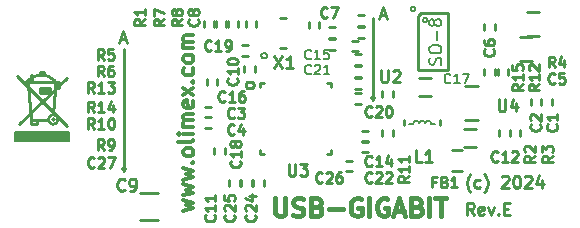
<source format=gbr>
%TF.GenerationSoftware,KiCad,Pcbnew,7.0.9-7.0.9~ubuntu22.04.1*%
%TF.CreationDate,2024-07-08T15:30:03+03:00*%
%TF.ProjectId,USB-GIGABIT_Rev_E,5553422d-4749-4474-9142-49545f526576,E*%
%TF.SameCoordinates,PX3473bc0PY4bd12e0*%
%TF.FileFunction,Legend,Top*%
%TF.FilePolarity,Positive*%
%FSLAX46Y46*%
G04 Gerber Fmt 4.6, Leading zero omitted, Abs format (unit mm)*
G04 Created by KiCad (PCBNEW 7.0.9-7.0.9~ubuntu22.04.1) date 2024-07-08 15:30:03*
%MOMM*%
%LPD*%
G01*
G04 APERTURE LIST*
%ADD10C,0.254000*%
%ADD11C,0.381000*%
%ADD12C,0.304800*%
%ADD13C,0.222250*%
%ADD14C,0.203200*%
%ADD15C,0.200000*%
%ADD16C,0.228600*%
%ADD17C,0.127000*%
%ADD18C,0.150000*%
G04 APERTURE END LIST*
D10*
X32376000Y10666000D02*
X32249000Y10920000D01*
X11294000Y4697000D02*
X11167000Y4951000D01*
X32249000Y10920000D02*
X32503000Y10920000D01*
X32376000Y17651000D02*
X32376000Y10666000D01*
X11167000Y4951000D02*
X11421000Y4951000D01*
X11294000Y14984000D02*
X11294000Y4697000D01*
X32503000Y10920000D02*
X32376000Y10666000D01*
X11421000Y4951000D02*
X11294000Y4697000D01*
D11*
X24121000Y2360781D02*
X24121000Y1127067D01*
X24121000Y1127067D02*
X24193571Y981924D01*
X24193571Y981924D02*
X24266143Y909352D01*
X24266143Y909352D02*
X24411285Y836781D01*
X24411285Y836781D02*
X24701571Y836781D01*
X24701571Y836781D02*
X24846714Y909352D01*
X24846714Y909352D02*
X24919285Y981924D01*
X24919285Y981924D02*
X24991857Y1127067D01*
X24991857Y1127067D02*
X24991857Y2360781D01*
X25644999Y909352D02*
X25862714Y836781D01*
X25862714Y836781D02*
X26225571Y836781D01*
X26225571Y836781D02*
X26370714Y909352D01*
X26370714Y909352D02*
X26443285Y981924D01*
X26443285Y981924D02*
X26515856Y1127067D01*
X26515856Y1127067D02*
X26515856Y1272210D01*
X26515856Y1272210D02*
X26443285Y1417352D01*
X26443285Y1417352D02*
X26370714Y1489924D01*
X26370714Y1489924D02*
X26225571Y1562495D01*
X26225571Y1562495D02*
X25935285Y1635067D01*
X25935285Y1635067D02*
X25790142Y1707638D01*
X25790142Y1707638D02*
X25717571Y1780210D01*
X25717571Y1780210D02*
X25644999Y1925352D01*
X25644999Y1925352D02*
X25644999Y2070495D01*
X25644999Y2070495D02*
X25717571Y2215638D01*
X25717571Y2215638D02*
X25790142Y2288210D01*
X25790142Y2288210D02*
X25935285Y2360781D01*
X25935285Y2360781D02*
X26298142Y2360781D01*
X26298142Y2360781D02*
X26515856Y2288210D01*
X27677000Y1635067D02*
X27894714Y1562495D01*
X27894714Y1562495D02*
X27967285Y1489924D01*
X27967285Y1489924D02*
X28039857Y1344781D01*
X28039857Y1344781D02*
X28039857Y1127067D01*
X28039857Y1127067D02*
X27967285Y981924D01*
X27967285Y981924D02*
X27894714Y909352D01*
X27894714Y909352D02*
X27749571Y836781D01*
X27749571Y836781D02*
X27169000Y836781D01*
X27169000Y836781D02*
X27169000Y2360781D01*
X27169000Y2360781D02*
X27677000Y2360781D01*
X27677000Y2360781D02*
X27822143Y2288210D01*
X27822143Y2288210D02*
X27894714Y2215638D01*
X27894714Y2215638D02*
X27967285Y2070495D01*
X27967285Y2070495D02*
X27967285Y1925352D01*
X27967285Y1925352D02*
X27894714Y1780210D01*
X27894714Y1780210D02*
X27822143Y1707638D01*
X27822143Y1707638D02*
X27677000Y1635067D01*
X27677000Y1635067D02*
X27169000Y1635067D01*
X28693000Y1417352D02*
X29854143Y1417352D01*
X31378142Y2288210D02*
X31233000Y2360781D01*
X31233000Y2360781D02*
X31015285Y2360781D01*
X31015285Y2360781D02*
X30797571Y2288210D01*
X30797571Y2288210D02*
X30652428Y2143067D01*
X30652428Y2143067D02*
X30579857Y1997924D01*
X30579857Y1997924D02*
X30507285Y1707638D01*
X30507285Y1707638D02*
X30507285Y1489924D01*
X30507285Y1489924D02*
X30579857Y1199638D01*
X30579857Y1199638D02*
X30652428Y1054495D01*
X30652428Y1054495D02*
X30797571Y909352D01*
X30797571Y909352D02*
X31015285Y836781D01*
X31015285Y836781D02*
X31160428Y836781D01*
X31160428Y836781D02*
X31378142Y909352D01*
X31378142Y909352D02*
X31450714Y981924D01*
X31450714Y981924D02*
X31450714Y1489924D01*
X31450714Y1489924D02*
X31160428Y1489924D01*
X32103857Y836781D02*
X32103857Y2360781D01*
X33627856Y2288210D02*
X33482714Y2360781D01*
X33482714Y2360781D02*
X33264999Y2360781D01*
X33264999Y2360781D02*
X33047285Y2288210D01*
X33047285Y2288210D02*
X32902142Y2143067D01*
X32902142Y2143067D02*
X32829571Y1997924D01*
X32829571Y1997924D02*
X32756999Y1707638D01*
X32756999Y1707638D02*
X32756999Y1489924D01*
X32756999Y1489924D02*
X32829571Y1199638D01*
X32829571Y1199638D02*
X32902142Y1054495D01*
X32902142Y1054495D02*
X33047285Y909352D01*
X33047285Y909352D02*
X33264999Y836781D01*
X33264999Y836781D02*
X33410142Y836781D01*
X33410142Y836781D02*
X33627856Y909352D01*
X33627856Y909352D02*
X33700428Y981924D01*
X33700428Y981924D02*
X33700428Y1489924D01*
X33700428Y1489924D02*
X33410142Y1489924D01*
X34280999Y1272210D02*
X35006714Y1272210D01*
X34135856Y836781D02*
X34643856Y2360781D01*
X34643856Y2360781D02*
X35151856Y836781D01*
X36167857Y1635067D02*
X36385571Y1562495D01*
X36385571Y1562495D02*
X36458142Y1489924D01*
X36458142Y1489924D02*
X36530714Y1344781D01*
X36530714Y1344781D02*
X36530714Y1127067D01*
X36530714Y1127067D02*
X36458142Y981924D01*
X36458142Y981924D02*
X36385571Y909352D01*
X36385571Y909352D02*
X36240428Y836781D01*
X36240428Y836781D02*
X35659857Y836781D01*
X35659857Y836781D02*
X35659857Y2360781D01*
X35659857Y2360781D02*
X36167857Y2360781D01*
X36167857Y2360781D02*
X36313000Y2288210D01*
X36313000Y2288210D02*
X36385571Y2215638D01*
X36385571Y2215638D02*
X36458142Y2070495D01*
X36458142Y2070495D02*
X36458142Y1925352D01*
X36458142Y1925352D02*
X36385571Y1780210D01*
X36385571Y1780210D02*
X36313000Y1707638D01*
X36313000Y1707638D02*
X36167857Y1635067D01*
X36167857Y1635067D02*
X35659857Y1635067D01*
X37183857Y836781D02*
X37183857Y2360781D01*
X37691856Y2360781D02*
X38562714Y2360781D01*
X38127285Y836781D02*
X38127285Y2360781D01*
D10*
X40649143Y2837140D02*
X40600762Y2885521D01*
X40600762Y2885521D02*
X40504000Y3030664D01*
X40504000Y3030664D02*
X40455619Y3127426D01*
X40455619Y3127426D02*
X40407238Y3272568D01*
X40407238Y3272568D02*
X40358857Y3514473D01*
X40358857Y3514473D02*
X40358857Y3707997D01*
X40358857Y3707997D02*
X40407238Y3949902D01*
X40407238Y3949902D02*
X40455619Y4095045D01*
X40455619Y4095045D02*
X40504000Y4191807D01*
X40504000Y4191807D02*
X40600762Y4336949D01*
X40600762Y4336949D02*
X40649143Y4385330D01*
X41471619Y3272568D02*
X41374857Y3224188D01*
X41374857Y3224188D02*
X41181333Y3224188D01*
X41181333Y3224188D02*
X41084571Y3272568D01*
X41084571Y3272568D02*
X41036190Y3320949D01*
X41036190Y3320949D02*
X40987809Y3417711D01*
X40987809Y3417711D02*
X40987809Y3707997D01*
X40987809Y3707997D02*
X41036190Y3804759D01*
X41036190Y3804759D02*
X41084571Y3853140D01*
X41084571Y3853140D02*
X41181333Y3901521D01*
X41181333Y3901521D02*
X41374857Y3901521D01*
X41374857Y3901521D02*
X41471619Y3853140D01*
X41810285Y2837140D02*
X41858666Y2885521D01*
X41858666Y2885521D02*
X41955428Y3030664D01*
X41955428Y3030664D02*
X42003809Y3127426D01*
X42003809Y3127426D02*
X42052190Y3272568D01*
X42052190Y3272568D02*
X42100571Y3514473D01*
X42100571Y3514473D02*
X42100571Y3707997D01*
X42100571Y3707997D02*
X42052190Y3949902D01*
X42052190Y3949902D02*
X42003809Y4095045D01*
X42003809Y4095045D02*
X41955428Y4191807D01*
X41955428Y4191807D02*
X41858666Y4336949D01*
X41858666Y4336949D02*
X41810285Y4385330D01*
X43310094Y4143426D02*
X43358475Y4191807D01*
X43358475Y4191807D02*
X43455237Y4240188D01*
X43455237Y4240188D02*
X43697142Y4240188D01*
X43697142Y4240188D02*
X43793904Y4191807D01*
X43793904Y4191807D02*
X43842285Y4143426D01*
X43842285Y4143426D02*
X43890666Y4046664D01*
X43890666Y4046664D02*
X43890666Y3949902D01*
X43890666Y3949902D02*
X43842285Y3804759D01*
X43842285Y3804759D02*
X43261713Y3224188D01*
X43261713Y3224188D02*
X43890666Y3224188D01*
X44519618Y4240188D02*
X44616380Y4240188D01*
X44616380Y4240188D02*
X44713142Y4191807D01*
X44713142Y4191807D02*
X44761523Y4143426D01*
X44761523Y4143426D02*
X44809904Y4046664D01*
X44809904Y4046664D02*
X44858285Y3853140D01*
X44858285Y3853140D02*
X44858285Y3611235D01*
X44858285Y3611235D02*
X44809904Y3417711D01*
X44809904Y3417711D02*
X44761523Y3320949D01*
X44761523Y3320949D02*
X44713142Y3272568D01*
X44713142Y3272568D02*
X44616380Y3224188D01*
X44616380Y3224188D02*
X44519618Y3224188D01*
X44519618Y3224188D02*
X44422856Y3272568D01*
X44422856Y3272568D02*
X44374475Y3320949D01*
X44374475Y3320949D02*
X44326094Y3417711D01*
X44326094Y3417711D02*
X44277713Y3611235D01*
X44277713Y3611235D02*
X44277713Y3853140D01*
X44277713Y3853140D02*
X44326094Y4046664D01*
X44326094Y4046664D02*
X44374475Y4143426D01*
X44374475Y4143426D02*
X44422856Y4191807D01*
X44422856Y4191807D02*
X44519618Y4240188D01*
X45245332Y4143426D02*
X45293713Y4191807D01*
X45293713Y4191807D02*
X45390475Y4240188D01*
X45390475Y4240188D02*
X45632380Y4240188D01*
X45632380Y4240188D02*
X45729142Y4191807D01*
X45729142Y4191807D02*
X45777523Y4143426D01*
X45777523Y4143426D02*
X45825904Y4046664D01*
X45825904Y4046664D02*
X45825904Y3949902D01*
X45825904Y3949902D02*
X45777523Y3804759D01*
X45777523Y3804759D02*
X45196951Y3224188D01*
X45196951Y3224188D02*
X45825904Y3224188D01*
X46696761Y3901521D02*
X46696761Y3224188D01*
X46454856Y4288568D02*
X46212951Y3562854D01*
X46212951Y3562854D02*
X46841904Y3562854D01*
D12*
X16353009Y1261954D02*
X17199676Y1503859D01*
X17199676Y1503859D02*
X16594914Y1745764D01*
X16594914Y1745764D02*
X17199676Y1987668D01*
X17199676Y1987668D02*
X16353009Y2229573D01*
X16353009Y2592430D02*
X17199676Y2834335D01*
X17199676Y2834335D02*
X16594914Y3076240D01*
X16594914Y3076240D02*
X17199676Y3318144D01*
X17199676Y3318144D02*
X16353009Y3560049D01*
X16353009Y3922906D02*
X17199676Y4164811D01*
X17199676Y4164811D02*
X16594914Y4406716D01*
X16594914Y4406716D02*
X17199676Y4648620D01*
X17199676Y4648620D02*
X16353009Y4890525D01*
X17078723Y5374334D02*
X17139200Y5434811D01*
X17139200Y5434811D02*
X17199676Y5374334D01*
X17199676Y5374334D02*
X17139200Y5313858D01*
X17139200Y5313858D02*
X17078723Y5374334D01*
X17078723Y5374334D02*
X17199676Y5374334D01*
X17199676Y6160525D02*
X17139200Y6039573D01*
X17139200Y6039573D02*
X17078723Y5979096D01*
X17078723Y5979096D02*
X16957771Y5918620D01*
X16957771Y5918620D02*
X16594914Y5918620D01*
X16594914Y5918620D02*
X16473961Y5979096D01*
X16473961Y5979096D02*
X16413485Y6039573D01*
X16413485Y6039573D02*
X16353009Y6160525D01*
X16353009Y6160525D02*
X16353009Y6341954D01*
X16353009Y6341954D02*
X16413485Y6462906D01*
X16413485Y6462906D02*
X16473961Y6523382D01*
X16473961Y6523382D02*
X16594914Y6583858D01*
X16594914Y6583858D02*
X16957771Y6583858D01*
X16957771Y6583858D02*
X17078723Y6523382D01*
X17078723Y6523382D02*
X17139200Y6462906D01*
X17139200Y6462906D02*
X17199676Y6341954D01*
X17199676Y6341954D02*
X17199676Y6160525D01*
X17199676Y7309573D02*
X17139200Y7188621D01*
X17139200Y7188621D02*
X17018247Y7128144D01*
X17018247Y7128144D02*
X15929676Y7128144D01*
X17199676Y7793382D02*
X16353009Y7793382D01*
X15929676Y7793382D02*
X15990152Y7732906D01*
X15990152Y7732906D02*
X16050628Y7793382D01*
X16050628Y7793382D02*
X15990152Y7853859D01*
X15990152Y7853859D02*
X15929676Y7793382D01*
X15929676Y7793382D02*
X16050628Y7793382D01*
X17199676Y8398144D02*
X16353009Y8398144D01*
X16473961Y8398144D02*
X16413485Y8458621D01*
X16413485Y8458621D02*
X16353009Y8579573D01*
X16353009Y8579573D02*
X16353009Y8761002D01*
X16353009Y8761002D02*
X16413485Y8881954D01*
X16413485Y8881954D02*
X16534438Y8942430D01*
X16534438Y8942430D02*
X17199676Y8942430D01*
X16534438Y8942430D02*
X16413485Y9002906D01*
X16413485Y9002906D02*
X16353009Y9123859D01*
X16353009Y9123859D02*
X16353009Y9305287D01*
X16353009Y9305287D02*
X16413485Y9426240D01*
X16413485Y9426240D02*
X16534438Y9486716D01*
X16534438Y9486716D02*
X17199676Y9486716D01*
X17139200Y10575287D02*
X17199676Y10454335D01*
X17199676Y10454335D02*
X17199676Y10212430D01*
X17199676Y10212430D02*
X17139200Y10091477D01*
X17139200Y10091477D02*
X17018247Y10031001D01*
X17018247Y10031001D02*
X16534438Y10031001D01*
X16534438Y10031001D02*
X16413485Y10091477D01*
X16413485Y10091477D02*
X16353009Y10212430D01*
X16353009Y10212430D02*
X16353009Y10454335D01*
X16353009Y10454335D02*
X16413485Y10575287D01*
X16413485Y10575287D02*
X16534438Y10635763D01*
X16534438Y10635763D02*
X16655390Y10635763D01*
X16655390Y10635763D02*
X16776342Y10031001D01*
X17199676Y11059096D02*
X16353009Y11724334D01*
X16353009Y11059096D02*
X17199676Y11724334D01*
X17078723Y12208143D02*
X17139200Y12268620D01*
X17139200Y12268620D02*
X17199676Y12208143D01*
X17199676Y12208143D02*
X17139200Y12147667D01*
X17139200Y12147667D02*
X17078723Y12208143D01*
X17078723Y12208143D02*
X17199676Y12208143D01*
X17139200Y13357191D02*
X17199676Y13236239D01*
X17199676Y13236239D02*
X17199676Y12994334D01*
X17199676Y12994334D02*
X17139200Y12873382D01*
X17139200Y12873382D02*
X17078723Y12812905D01*
X17078723Y12812905D02*
X16957771Y12752429D01*
X16957771Y12752429D02*
X16594914Y12752429D01*
X16594914Y12752429D02*
X16473961Y12812905D01*
X16473961Y12812905D02*
X16413485Y12873382D01*
X16413485Y12873382D02*
X16353009Y12994334D01*
X16353009Y12994334D02*
X16353009Y13236239D01*
X16353009Y13236239D02*
X16413485Y13357191D01*
X17199676Y14082905D02*
X17139200Y13961953D01*
X17139200Y13961953D02*
X17078723Y13901476D01*
X17078723Y13901476D02*
X16957771Y13841000D01*
X16957771Y13841000D02*
X16594914Y13841000D01*
X16594914Y13841000D02*
X16473961Y13901476D01*
X16473961Y13901476D02*
X16413485Y13961953D01*
X16413485Y13961953D02*
X16353009Y14082905D01*
X16353009Y14082905D02*
X16353009Y14264334D01*
X16353009Y14264334D02*
X16413485Y14385286D01*
X16413485Y14385286D02*
X16473961Y14445762D01*
X16473961Y14445762D02*
X16594914Y14506238D01*
X16594914Y14506238D02*
X16957771Y14506238D01*
X16957771Y14506238D02*
X17078723Y14445762D01*
X17078723Y14445762D02*
X17139200Y14385286D01*
X17139200Y14385286D02*
X17199676Y14264334D01*
X17199676Y14264334D02*
X17199676Y14082905D01*
X17199676Y15050524D02*
X16353009Y15050524D01*
X16473961Y15050524D02*
X16413485Y15111001D01*
X16413485Y15111001D02*
X16353009Y15231953D01*
X16353009Y15231953D02*
X16353009Y15413382D01*
X16353009Y15413382D02*
X16413485Y15534334D01*
X16413485Y15534334D02*
X16534438Y15594810D01*
X16534438Y15594810D02*
X17199676Y15594810D01*
X16534438Y15594810D02*
X16413485Y15655286D01*
X16413485Y15655286D02*
X16353009Y15776239D01*
X16353009Y15776239D02*
X16353009Y15957667D01*
X16353009Y15957667D02*
X16413485Y16078620D01*
X16413485Y16078620D02*
X16534438Y16139096D01*
X16534438Y16139096D02*
X17199676Y16139096D01*
D10*
X32990628Y17824833D02*
X33474438Y17824833D01*
X32893866Y17534548D02*
X33232533Y18550548D01*
X33232533Y18550548D02*
X33571200Y17534548D01*
X11019628Y15792833D02*
X11503438Y15792833D01*
X10922866Y15502548D02*
X11261533Y16518548D01*
X11261533Y16518548D02*
X11600200Y15502548D01*
X40945476Y938188D02*
X40606809Y1421997D01*
X40364904Y938188D02*
X40364904Y1954188D01*
X40364904Y1954188D02*
X40751952Y1954188D01*
X40751952Y1954188D02*
X40848714Y1905807D01*
X40848714Y1905807D02*
X40897095Y1857426D01*
X40897095Y1857426D02*
X40945476Y1760664D01*
X40945476Y1760664D02*
X40945476Y1615521D01*
X40945476Y1615521D02*
X40897095Y1518759D01*
X40897095Y1518759D02*
X40848714Y1470378D01*
X40848714Y1470378D02*
X40751952Y1421997D01*
X40751952Y1421997D02*
X40364904Y1421997D01*
X41767952Y986568D02*
X41671190Y938188D01*
X41671190Y938188D02*
X41477666Y938188D01*
X41477666Y938188D02*
X41380904Y986568D01*
X41380904Y986568D02*
X41332523Y1083330D01*
X41332523Y1083330D02*
X41332523Y1470378D01*
X41332523Y1470378D02*
X41380904Y1567140D01*
X41380904Y1567140D02*
X41477666Y1615521D01*
X41477666Y1615521D02*
X41671190Y1615521D01*
X41671190Y1615521D02*
X41767952Y1567140D01*
X41767952Y1567140D02*
X41816333Y1470378D01*
X41816333Y1470378D02*
X41816333Y1373616D01*
X41816333Y1373616D02*
X41332523Y1276854D01*
X42154999Y1615521D02*
X42396904Y938188D01*
X42396904Y938188D02*
X42638809Y1615521D01*
X43025856Y1034949D02*
X43074237Y986568D01*
X43074237Y986568D02*
X43025856Y938188D01*
X43025856Y938188D02*
X42977475Y986568D01*
X42977475Y986568D02*
X43025856Y1034949D01*
X43025856Y1034949D02*
X43025856Y938188D01*
X43509666Y1470378D02*
X43848333Y1470378D01*
X43993476Y938188D02*
X43509666Y938188D01*
X43509666Y938188D02*
X43509666Y1954188D01*
X43509666Y1954188D02*
X43993476Y1954188D01*
D13*
X46534045Y8612834D02*
X46576379Y8570501D01*
X46576379Y8570501D02*
X46618712Y8443501D01*
X46618712Y8443501D02*
X46618712Y8358834D01*
X46618712Y8358834D02*
X46576379Y8231834D01*
X46576379Y8231834D02*
X46491712Y8147167D01*
X46491712Y8147167D02*
X46407045Y8104834D01*
X46407045Y8104834D02*
X46237712Y8062501D01*
X46237712Y8062501D02*
X46110712Y8062501D01*
X46110712Y8062501D02*
X45941379Y8104834D01*
X45941379Y8104834D02*
X45856712Y8147167D01*
X45856712Y8147167D02*
X45772045Y8231834D01*
X45772045Y8231834D02*
X45729712Y8358834D01*
X45729712Y8358834D02*
X45729712Y8443501D01*
X45729712Y8443501D02*
X45772045Y8570501D01*
X45772045Y8570501D02*
X45814379Y8612834D01*
X45814379Y8951501D02*
X45772045Y8993834D01*
X45772045Y8993834D02*
X45729712Y9078501D01*
X45729712Y9078501D02*
X45729712Y9290167D01*
X45729712Y9290167D02*
X45772045Y9374834D01*
X45772045Y9374834D02*
X45814379Y9417167D01*
X45814379Y9417167D02*
X45899045Y9459501D01*
X45899045Y9459501D02*
X45983712Y9459501D01*
X45983712Y9459501D02*
X46110712Y9417167D01*
X46110712Y9417167D02*
X46618712Y8909167D01*
X46618712Y8909167D02*
X46618712Y9459501D01*
X20670833Y9207955D02*
X20628500Y9165621D01*
X20628500Y9165621D02*
X20501500Y9123288D01*
X20501500Y9123288D02*
X20416833Y9123288D01*
X20416833Y9123288D02*
X20289833Y9165621D01*
X20289833Y9165621D02*
X20205167Y9250288D01*
X20205167Y9250288D02*
X20162833Y9334955D01*
X20162833Y9334955D02*
X20120500Y9504288D01*
X20120500Y9504288D02*
X20120500Y9631288D01*
X20120500Y9631288D02*
X20162833Y9800621D01*
X20162833Y9800621D02*
X20205167Y9885288D01*
X20205167Y9885288D02*
X20289833Y9969955D01*
X20289833Y9969955D02*
X20416833Y10012288D01*
X20416833Y10012288D02*
X20501500Y10012288D01*
X20501500Y10012288D02*
X20628500Y9969955D01*
X20628500Y9969955D02*
X20670833Y9927621D01*
X20967167Y10012288D02*
X21517500Y10012288D01*
X21517500Y10012288D02*
X21221167Y9673621D01*
X21221167Y9673621D02*
X21348167Y9673621D01*
X21348167Y9673621D02*
X21432833Y9631288D01*
X21432833Y9631288D02*
X21475167Y9588955D01*
X21475167Y9588955D02*
X21517500Y9504288D01*
X21517500Y9504288D02*
X21517500Y9292621D01*
X21517500Y9292621D02*
X21475167Y9207955D01*
X21475167Y9207955D02*
X21432833Y9165621D01*
X21432833Y9165621D02*
X21348167Y9123288D01*
X21348167Y9123288D02*
X21094167Y9123288D01*
X21094167Y9123288D02*
X21009500Y9165621D01*
X21009500Y9165621D02*
X20967167Y9207955D01*
X20670833Y7810955D02*
X20628500Y7768621D01*
X20628500Y7768621D02*
X20501500Y7726288D01*
X20501500Y7726288D02*
X20416833Y7726288D01*
X20416833Y7726288D02*
X20289833Y7768621D01*
X20289833Y7768621D02*
X20205167Y7853288D01*
X20205167Y7853288D02*
X20162833Y7937955D01*
X20162833Y7937955D02*
X20120500Y8107288D01*
X20120500Y8107288D02*
X20120500Y8234288D01*
X20120500Y8234288D02*
X20162833Y8403621D01*
X20162833Y8403621D02*
X20205167Y8488288D01*
X20205167Y8488288D02*
X20289833Y8572955D01*
X20289833Y8572955D02*
X20416833Y8615288D01*
X20416833Y8615288D02*
X20501500Y8615288D01*
X20501500Y8615288D02*
X20628500Y8572955D01*
X20628500Y8572955D02*
X20670833Y8530621D01*
X21432833Y8318955D02*
X21432833Y7726288D01*
X21221167Y8657621D02*
X21009500Y8022621D01*
X21009500Y8022621D02*
X21559833Y8022621D01*
X47801833Y12134955D02*
X47759500Y12092621D01*
X47759500Y12092621D02*
X47632500Y12050288D01*
X47632500Y12050288D02*
X47547833Y12050288D01*
X47547833Y12050288D02*
X47420833Y12092621D01*
X47420833Y12092621D02*
X47336167Y12177288D01*
X47336167Y12177288D02*
X47293833Y12261955D01*
X47293833Y12261955D02*
X47251500Y12431288D01*
X47251500Y12431288D02*
X47251500Y12558288D01*
X47251500Y12558288D02*
X47293833Y12727621D01*
X47293833Y12727621D02*
X47336167Y12812288D01*
X47336167Y12812288D02*
X47420833Y12896955D01*
X47420833Y12896955D02*
X47547833Y12939288D01*
X47547833Y12939288D02*
X47632500Y12939288D01*
X47632500Y12939288D02*
X47759500Y12896955D01*
X47759500Y12896955D02*
X47801833Y12854621D01*
X48606167Y12939288D02*
X48182833Y12939288D01*
X48182833Y12939288D02*
X48140500Y12515955D01*
X48140500Y12515955D02*
X48182833Y12558288D01*
X48182833Y12558288D02*
X48267500Y12600621D01*
X48267500Y12600621D02*
X48479167Y12600621D01*
X48479167Y12600621D02*
X48563833Y12558288D01*
X48563833Y12558288D02*
X48606167Y12515955D01*
X48606167Y12515955D02*
X48648500Y12431288D01*
X48648500Y12431288D02*
X48648500Y12219621D01*
X48648500Y12219621D02*
X48606167Y12134955D01*
X48606167Y12134955D02*
X48563833Y12092621D01*
X48563833Y12092621D02*
X48479167Y12050288D01*
X48479167Y12050288D02*
X48267500Y12050288D01*
X48267500Y12050288D02*
X48182833Y12092621D01*
X48182833Y12092621D02*
X48140500Y12134955D01*
X42597045Y14962834D02*
X42639379Y14920501D01*
X42639379Y14920501D02*
X42681712Y14793501D01*
X42681712Y14793501D02*
X42681712Y14708834D01*
X42681712Y14708834D02*
X42639379Y14581834D01*
X42639379Y14581834D02*
X42554712Y14497167D01*
X42554712Y14497167D02*
X42470045Y14454834D01*
X42470045Y14454834D02*
X42300712Y14412501D01*
X42300712Y14412501D02*
X42173712Y14412501D01*
X42173712Y14412501D02*
X42004379Y14454834D01*
X42004379Y14454834D02*
X41919712Y14497167D01*
X41919712Y14497167D02*
X41835045Y14581834D01*
X41835045Y14581834D02*
X41792712Y14708834D01*
X41792712Y14708834D02*
X41792712Y14793501D01*
X41792712Y14793501D02*
X41835045Y14920501D01*
X41835045Y14920501D02*
X41877379Y14962834D01*
X41792712Y15724834D02*
X41792712Y15555501D01*
X41792712Y15555501D02*
X41835045Y15470834D01*
X41835045Y15470834D02*
X41877379Y15428501D01*
X41877379Y15428501D02*
X42004379Y15343834D01*
X42004379Y15343834D02*
X42173712Y15301501D01*
X42173712Y15301501D02*
X42512379Y15301501D01*
X42512379Y15301501D02*
X42597045Y15343834D01*
X42597045Y15343834D02*
X42639379Y15386167D01*
X42639379Y15386167D02*
X42681712Y15470834D01*
X42681712Y15470834D02*
X42681712Y15640167D01*
X42681712Y15640167D02*
X42639379Y15724834D01*
X42639379Y15724834D02*
X42597045Y15767167D01*
X42597045Y15767167D02*
X42512379Y15809501D01*
X42512379Y15809501D02*
X42300712Y15809501D01*
X42300712Y15809501D02*
X42216045Y15767167D01*
X42216045Y15767167D02*
X42173712Y15724834D01*
X42173712Y15724834D02*
X42131379Y15640167D01*
X42131379Y15640167D02*
X42131379Y15470834D01*
X42131379Y15470834D02*
X42173712Y15386167D01*
X42173712Y15386167D02*
X42216045Y15343834D01*
X42216045Y15343834D02*
X42300712Y15301501D01*
X28544833Y17716955D02*
X28502500Y17674621D01*
X28502500Y17674621D02*
X28375500Y17632288D01*
X28375500Y17632288D02*
X28290833Y17632288D01*
X28290833Y17632288D02*
X28163833Y17674621D01*
X28163833Y17674621D02*
X28079167Y17759288D01*
X28079167Y17759288D02*
X28036833Y17843955D01*
X28036833Y17843955D02*
X27994500Y18013288D01*
X27994500Y18013288D02*
X27994500Y18140288D01*
X27994500Y18140288D02*
X28036833Y18309621D01*
X28036833Y18309621D02*
X28079167Y18394288D01*
X28079167Y18394288D02*
X28163833Y18478955D01*
X28163833Y18478955D02*
X28290833Y18521288D01*
X28290833Y18521288D02*
X28375500Y18521288D01*
X28375500Y18521288D02*
X28502500Y18478955D01*
X28502500Y18478955D02*
X28544833Y18436621D01*
X28841167Y18521288D02*
X29433833Y18521288D01*
X29433833Y18521288D02*
X29052833Y17632288D01*
X17578045Y17502834D02*
X17620379Y17460501D01*
X17620379Y17460501D02*
X17662712Y17333501D01*
X17662712Y17333501D02*
X17662712Y17248834D01*
X17662712Y17248834D02*
X17620379Y17121834D01*
X17620379Y17121834D02*
X17535712Y17037167D01*
X17535712Y17037167D02*
X17451045Y16994834D01*
X17451045Y16994834D02*
X17281712Y16952501D01*
X17281712Y16952501D02*
X17154712Y16952501D01*
X17154712Y16952501D02*
X16985379Y16994834D01*
X16985379Y16994834D02*
X16900712Y17037167D01*
X16900712Y17037167D02*
X16816045Y17121834D01*
X16816045Y17121834D02*
X16773712Y17248834D01*
X16773712Y17248834D02*
X16773712Y17333501D01*
X16773712Y17333501D02*
X16816045Y17460501D01*
X16816045Y17460501D02*
X16858379Y17502834D01*
X17154712Y18010834D02*
X17112379Y17926167D01*
X17112379Y17926167D02*
X17070045Y17883834D01*
X17070045Y17883834D02*
X16985379Y17841501D01*
X16985379Y17841501D02*
X16943045Y17841501D01*
X16943045Y17841501D02*
X16858379Y17883834D01*
X16858379Y17883834D02*
X16816045Y17926167D01*
X16816045Y17926167D02*
X16773712Y18010834D01*
X16773712Y18010834D02*
X16773712Y18180167D01*
X16773712Y18180167D02*
X16816045Y18264834D01*
X16816045Y18264834D02*
X16858379Y18307167D01*
X16858379Y18307167D02*
X16943045Y18349501D01*
X16943045Y18349501D02*
X16985379Y18349501D01*
X16985379Y18349501D02*
X17070045Y18307167D01*
X17070045Y18307167D02*
X17112379Y18264834D01*
X17112379Y18264834D02*
X17154712Y18180167D01*
X17154712Y18180167D02*
X17154712Y18010834D01*
X17154712Y18010834D02*
X17197045Y17926167D01*
X17197045Y17926167D02*
X17239379Y17883834D01*
X17239379Y17883834D02*
X17324045Y17841501D01*
X17324045Y17841501D02*
X17493379Y17841501D01*
X17493379Y17841501D02*
X17578045Y17883834D01*
X17578045Y17883834D02*
X17620379Y17926167D01*
X17620379Y17926167D02*
X17662712Y18010834D01*
X17662712Y18010834D02*
X17662712Y18180167D01*
X17662712Y18180167D02*
X17620379Y18264834D01*
X17620379Y18264834D02*
X17578045Y18307167D01*
X17578045Y18307167D02*
X17493379Y18349501D01*
X17493379Y18349501D02*
X17324045Y18349501D01*
X17324045Y18349501D02*
X17239379Y18307167D01*
X17239379Y18307167D02*
X17197045Y18264834D01*
X17197045Y18264834D02*
X17154712Y18180167D01*
D10*
X11378667Y3066949D02*
X11330286Y3018568D01*
X11330286Y3018568D02*
X11185143Y2970188D01*
X11185143Y2970188D02*
X11088381Y2970188D01*
X11088381Y2970188D02*
X10943238Y3018568D01*
X10943238Y3018568D02*
X10846476Y3115330D01*
X10846476Y3115330D02*
X10798095Y3212092D01*
X10798095Y3212092D02*
X10749714Y3405616D01*
X10749714Y3405616D02*
X10749714Y3550759D01*
X10749714Y3550759D02*
X10798095Y3744283D01*
X10798095Y3744283D02*
X10846476Y3841045D01*
X10846476Y3841045D02*
X10943238Y3937807D01*
X10943238Y3937807D02*
X11088381Y3986188D01*
X11088381Y3986188D02*
X11185143Y3986188D01*
X11185143Y3986188D02*
X11330286Y3937807D01*
X11330286Y3937807D02*
X11378667Y3889426D01*
X11862476Y2970188D02*
X12056000Y2970188D01*
X12056000Y2970188D02*
X12152762Y3018568D01*
X12152762Y3018568D02*
X12201143Y3066949D01*
X12201143Y3066949D02*
X12297905Y3212092D01*
X12297905Y3212092D02*
X12346286Y3405616D01*
X12346286Y3405616D02*
X12346286Y3792664D01*
X12346286Y3792664D02*
X12297905Y3889426D01*
X12297905Y3889426D02*
X12249524Y3937807D01*
X12249524Y3937807D02*
X12152762Y3986188D01*
X12152762Y3986188D02*
X11959238Y3986188D01*
X11959238Y3986188D02*
X11862476Y3937807D01*
X11862476Y3937807D02*
X11814095Y3889426D01*
X11814095Y3889426D02*
X11765714Y3792664D01*
X11765714Y3792664D02*
X11765714Y3550759D01*
X11765714Y3550759D02*
X11814095Y3453997D01*
X11814095Y3453997D02*
X11862476Y3405616D01*
X11862476Y3405616D02*
X11959238Y3357235D01*
X11959238Y3357235D02*
X12152762Y3357235D01*
X12152762Y3357235D02*
X12249524Y3405616D01*
X12249524Y3405616D02*
X12297905Y3453997D01*
X12297905Y3453997D02*
X12346286Y3550759D01*
D13*
X20880045Y12507500D02*
X20922379Y12465167D01*
X20922379Y12465167D02*
X20964712Y12338167D01*
X20964712Y12338167D02*
X20964712Y12253500D01*
X20964712Y12253500D02*
X20922379Y12126500D01*
X20922379Y12126500D02*
X20837712Y12041833D01*
X20837712Y12041833D02*
X20753045Y11999500D01*
X20753045Y11999500D02*
X20583712Y11957167D01*
X20583712Y11957167D02*
X20456712Y11957167D01*
X20456712Y11957167D02*
X20287379Y11999500D01*
X20287379Y11999500D02*
X20202712Y12041833D01*
X20202712Y12041833D02*
X20118045Y12126500D01*
X20118045Y12126500D02*
X20075712Y12253500D01*
X20075712Y12253500D02*
X20075712Y12338167D01*
X20075712Y12338167D02*
X20118045Y12465167D01*
X20118045Y12465167D02*
X20160379Y12507500D01*
X20964712Y13354167D02*
X20964712Y12846167D01*
X20964712Y13100167D02*
X20075712Y13100167D01*
X20075712Y13100167D02*
X20202712Y13015500D01*
X20202712Y13015500D02*
X20287379Y12930833D01*
X20287379Y12930833D02*
X20329712Y12846167D01*
X20075712Y13904500D02*
X20075712Y13989167D01*
X20075712Y13989167D02*
X20118045Y14073834D01*
X20118045Y14073834D02*
X20160379Y14116167D01*
X20160379Y14116167D02*
X20245045Y14158500D01*
X20245045Y14158500D02*
X20414379Y14200834D01*
X20414379Y14200834D02*
X20626045Y14200834D01*
X20626045Y14200834D02*
X20795379Y14158500D01*
X20795379Y14158500D02*
X20880045Y14116167D01*
X20880045Y14116167D02*
X20922379Y14073834D01*
X20922379Y14073834D02*
X20964712Y13989167D01*
X20964712Y13989167D02*
X20964712Y13904500D01*
X20964712Y13904500D02*
X20922379Y13819834D01*
X20922379Y13819834D02*
X20880045Y13777500D01*
X20880045Y13777500D02*
X20795379Y13735167D01*
X20795379Y13735167D02*
X20626045Y13692834D01*
X20626045Y13692834D02*
X20414379Y13692834D01*
X20414379Y13692834D02*
X20245045Y13735167D01*
X20245045Y13735167D02*
X20160379Y13777500D01*
X20160379Y13777500D02*
X20118045Y13819834D01*
X20118045Y13819834D02*
X20075712Y13904500D01*
X18975045Y950500D02*
X19017379Y908167D01*
X19017379Y908167D02*
X19059712Y781167D01*
X19059712Y781167D02*
X19059712Y696500D01*
X19059712Y696500D02*
X19017379Y569500D01*
X19017379Y569500D02*
X18932712Y484833D01*
X18932712Y484833D02*
X18848045Y442500D01*
X18848045Y442500D02*
X18678712Y400167D01*
X18678712Y400167D02*
X18551712Y400167D01*
X18551712Y400167D02*
X18382379Y442500D01*
X18382379Y442500D02*
X18297712Y484833D01*
X18297712Y484833D02*
X18213045Y569500D01*
X18213045Y569500D02*
X18170712Y696500D01*
X18170712Y696500D02*
X18170712Y781167D01*
X18170712Y781167D02*
X18213045Y908167D01*
X18213045Y908167D02*
X18255379Y950500D01*
X19059712Y1797167D02*
X19059712Y1289167D01*
X19059712Y1543167D02*
X18170712Y1543167D01*
X18170712Y1543167D02*
X18297712Y1458500D01*
X18297712Y1458500D02*
X18382379Y1373833D01*
X18382379Y1373833D02*
X18424712Y1289167D01*
X19059712Y2643834D02*
X19059712Y2135834D01*
X19059712Y2389834D02*
X18170712Y2389834D01*
X18170712Y2389834D02*
X18297712Y2305167D01*
X18297712Y2305167D02*
X18382379Y2220500D01*
X18382379Y2220500D02*
X18424712Y2135834D01*
X42980499Y5524955D02*
X42938166Y5482621D01*
X42938166Y5482621D02*
X42811166Y5440288D01*
X42811166Y5440288D02*
X42726499Y5440288D01*
X42726499Y5440288D02*
X42599499Y5482621D01*
X42599499Y5482621D02*
X42514833Y5567288D01*
X42514833Y5567288D02*
X42472499Y5651955D01*
X42472499Y5651955D02*
X42430166Y5821288D01*
X42430166Y5821288D02*
X42430166Y5948288D01*
X42430166Y5948288D02*
X42472499Y6117621D01*
X42472499Y6117621D02*
X42514833Y6202288D01*
X42514833Y6202288D02*
X42599499Y6286955D01*
X42599499Y6286955D02*
X42726499Y6329288D01*
X42726499Y6329288D02*
X42811166Y6329288D01*
X42811166Y6329288D02*
X42938166Y6286955D01*
X42938166Y6286955D02*
X42980499Y6244621D01*
X43827166Y5440288D02*
X43319166Y5440288D01*
X43573166Y5440288D02*
X43573166Y6329288D01*
X43573166Y6329288D02*
X43488499Y6202288D01*
X43488499Y6202288D02*
X43403833Y6117621D01*
X43403833Y6117621D02*
X43319166Y6075288D01*
X44165833Y6244621D02*
X44208166Y6286955D01*
X44208166Y6286955D02*
X44292833Y6329288D01*
X44292833Y6329288D02*
X44504500Y6329288D01*
X44504500Y6329288D02*
X44589166Y6286955D01*
X44589166Y6286955D02*
X44631500Y6244621D01*
X44631500Y6244621D02*
X44673833Y6159955D01*
X44673833Y6159955D02*
X44673833Y6075288D01*
X44673833Y6075288D02*
X44631500Y5948288D01*
X44631500Y5948288D02*
X44123500Y5440288D01*
X44123500Y5440288D02*
X44673833Y5440288D01*
X32312499Y5143955D02*
X32270166Y5101621D01*
X32270166Y5101621D02*
X32143166Y5059288D01*
X32143166Y5059288D02*
X32058499Y5059288D01*
X32058499Y5059288D02*
X31931499Y5101621D01*
X31931499Y5101621D02*
X31846833Y5186288D01*
X31846833Y5186288D02*
X31804499Y5270955D01*
X31804499Y5270955D02*
X31762166Y5440288D01*
X31762166Y5440288D02*
X31762166Y5567288D01*
X31762166Y5567288D02*
X31804499Y5736621D01*
X31804499Y5736621D02*
X31846833Y5821288D01*
X31846833Y5821288D02*
X31931499Y5905955D01*
X31931499Y5905955D02*
X32058499Y5948288D01*
X32058499Y5948288D02*
X32143166Y5948288D01*
X32143166Y5948288D02*
X32270166Y5905955D01*
X32270166Y5905955D02*
X32312499Y5863621D01*
X33159166Y5059288D02*
X32651166Y5059288D01*
X32905166Y5059288D02*
X32905166Y5948288D01*
X32905166Y5948288D02*
X32820499Y5821288D01*
X32820499Y5821288D02*
X32735833Y5736621D01*
X32735833Y5736621D02*
X32651166Y5694288D01*
X33921166Y5651955D02*
X33921166Y5059288D01*
X33709500Y5990621D02*
X33497833Y5355621D01*
X33497833Y5355621D02*
X34048166Y5355621D01*
D14*
X27154485Y14187960D02*
X27115781Y14149255D01*
X27115781Y14149255D02*
X26999666Y14110551D01*
X26999666Y14110551D02*
X26922257Y14110551D01*
X26922257Y14110551D02*
X26806143Y14149255D01*
X26806143Y14149255D02*
X26728733Y14226665D01*
X26728733Y14226665D02*
X26690028Y14304075D01*
X26690028Y14304075D02*
X26651324Y14458894D01*
X26651324Y14458894D02*
X26651324Y14575008D01*
X26651324Y14575008D02*
X26690028Y14729827D01*
X26690028Y14729827D02*
X26728733Y14807236D01*
X26728733Y14807236D02*
X26806143Y14884646D01*
X26806143Y14884646D02*
X26922257Y14923351D01*
X26922257Y14923351D02*
X26999666Y14923351D01*
X26999666Y14923351D02*
X27115781Y14884646D01*
X27115781Y14884646D02*
X27154485Y14845941D01*
X27928581Y14110551D02*
X27464124Y14110551D01*
X27696352Y14110551D02*
X27696352Y14923351D01*
X27696352Y14923351D02*
X27618943Y14807236D01*
X27618943Y14807236D02*
X27541533Y14729827D01*
X27541533Y14729827D02*
X27464124Y14691122D01*
X28663971Y14923351D02*
X28276923Y14923351D01*
X28276923Y14923351D02*
X28238219Y14536303D01*
X28238219Y14536303D02*
X28276923Y14575008D01*
X28276923Y14575008D02*
X28354333Y14613713D01*
X28354333Y14613713D02*
X28547857Y14613713D01*
X28547857Y14613713D02*
X28625266Y14575008D01*
X28625266Y14575008D02*
X28663971Y14536303D01*
X28663971Y14536303D02*
X28702676Y14458894D01*
X28702676Y14458894D02*
X28702676Y14265370D01*
X28702676Y14265370D02*
X28663971Y14187960D01*
X28663971Y14187960D02*
X28625266Y14149255D01*
X28625266Y14149255D02*
X28547857Y14110551D01*
X28547857Y14110551D02*
X28354333Y14110551D01*
X28354333Y14110551D02*
X28276923Y14149255D01*
X28276923Y14149255D02*
X28238219Y14187960D01*
D13*
X19866499Y10604955D02*
X19824166Y10562621D01*
X19824166Y10562621D02*
X19697166Y10520288D01*
X19697166Y10520288D02*
X19612499Y10520288D01*
X19612499Y10520288D02*
X19485499Y10562621D01*
X19485499Y10562621D02*
X19400833Y10647288D01*
X19400833Y10647288D02*
X19358499Y10731955D01*
X19358499Y10731955D02*
X19316166Y10901288D01*
X19316166Y10901288D02*
X19316166Y11028288D01*
X19316166Y11028288D02*
X19358499Y11197621D01*
X19358499Y11197621D02*
X19400833Y11282288D01*
X19400833Y11282288D02*
X19485499Y11366955D01*
X19485499Y11366955D02*
X19612499Y11409288D01*
X19612499Y11409288D02*
X19697166Y11409288D01*
X19697166Y11409288D02*
X19824166Y11366955D01*
X19824166Y11366955D02*
X19866499Y11324621D01*
X20713166Y10520288D02*
X20205166Y10520288D01*
X20459166Y10520288D02*
X20459166Y11409288D01*
X20459166Y11409288D02*
X20374499Y11282288D01*
X20374499Y11282288D02*
X20289833Y11197621D01*
X20289833Y11197621D02*
X20205166Y11155288D01*
X21475166Y11409288D02*
X21305833Y11409288D01*
X21305833Y11409288D02*
X21221166Y11366955D01*
X21221166Y11366955D02*
X21178833Y11324621D01*
X21178833Y11324621D02*
X21094166Y11197621D01*
X21094166Y11197621D02*
X21051833Y11028288D01*
X21051833Y11028288D02*
X21051833Y10689621D01*
X21051833Y10689621D02*
X21094166Y10604955D01*
X21094166Y10604955D02*
X21136500Y10562621D01*
X21136500Y10562621D02*
X21221166Y10520288D01*
X21221166Y10520288D02*
X21390500Y10520288D01*
X21390500Y10520288D02*
X21475166Y10562621D01*
X21475166Y10562621D02*
X21517500Y10604955D01*
X21517500Y10604955D02*
X21559833Y10689621D01*
X21559833Y10689621D02*
X21559833Y10901288D01*
X21559833Y10901288D02*
X21517500Y10985955D01*
X21517500Y10985955D02*
X21475166Y11028288D01*
X21475166Y11028288D02*
X21390500Y11070621D01*
X21390500Y11070621D02*
X21221166Y11070621D01*
X21221166Y11070621D02*
X21136500Y11028288D01*
X21136500Y11028288D02*
X21094166Y10985955D01*
X21094166Y10985955D02*
X21051833Y10901288D01*
D14*
X38965485Y12155960D02*
X38926781Y12117255D01*
X38926781Y12117255D02*
X38810666Y12078551D01*
X38810666Y12078551D02*
X38733257Y12078551D01*
X38733257Y12078551D02*
X38617143Y12117255D01*
X38617143Y12117255D02*
X38539733Y12194665D01*
X38539733Y12194665D02*
X38501028Y12272075D01*
X38501028Y12272075D02*
X38462324Y12426894D01*
X38462324Y12426894D02*
X38462324Y12543008D01*
X38462324Y12543008D02*
X38501028Y12697827D01*
X38501028Y12697827D02*
X38539733Y12775236D01*
X38539733Y12775236D02*
X38617143Y12852646D01*
X38617143Y12852646D02*
X38733257Y12891351D01*
X38733257Y12891351D02*
X38810666Y12891351D01*
X38810666Y12891351D02*
X38926781Y12852646D01*
X38926781Y12852646D02*
X38965485Y12813941D01*
X39739581Y12078551D02*
X39275124Y12078551D01*
X39507352Y12078551D02*
X39507352Y12891351D01*
X39507352Y12891351D02*
X39429943Y12775236D01*
X39429943Y12775236D02*
X39352533Y12697827D01*
X39352533Y12697827D02*
X39275124Y12659122D01*
X40010514Y12891351D02*
X40552380Y12891351D01*
X40552380Y12891351D02*
X40204038Y12078551D01*
D13*
X21134045Y5522500D02*
X21176379Y5480167D01*
X21176379Y5480167D02*
X21218712Y5353167D01*
X21218712Y5353167D02*
X21218712Y5268500D01*
X21218712Y5268500D02*
X21176379Y5141500D01*
X21176379Y5141500D02*
X21091712Y5056833D01*
X21091712Y5056833D02*
X21007045Y5014500D01*
X21007045Y5014500D02*
X20837712Y4972167D01*
X20837712Y4972167D02*
X20710712Y4972167D01*
X20710712Y4972167D02*
X20541379Y5014500D01*
X20541379Y5014500D02*
X20456712Y5056833D01*
X20456712Y5056833D02*
X20372045Y5141500D01*
X20372045Y5141500D02*
X20329712Y5268500D01*
X20329712Y5268500D02*
X20329712Y5353167D01*
X20329712Y5353167D02*
X20372045Y5480167D01*
X20372045Y5480167D02*
X20414379Y5522500D01*
X21218712Y6369167D02*
X21218712Y5861167D01*
X21218712Y6115167D02*
X20329712Y6115167D01*
X20329712Y6115167D02*
X20456712Y6030500D01*
X20456712Y6030500D02*
X20541379Y5945833D01*
X20541379Y5945833D02*
X20583712Y5861167D01*
X20710712Y6877167D02*
X20668379Y6792500D01*
X20668379Y6792500D02*
X20626045Y6750167D01*
X20626045Y6750167D02*
X20541379Y6707834D01*
X20541379Y6707834D02*
X20499045Y6707834D01*
X20499045Y6707834D02*
X20414379Y6750167D01*
X20414379Y6750167D02*
X20372045Y6792500D01*
X20372045Y6792500D02*
X20329712Y6877167D01*
X20329712Y6877167D02*
X20329712Y7046500D01*
X20329712Y7046500D02*
X20372045Y7131167D01*
X20372045Y7131167D02*
X20414379Y7173500D01*
X20414379Y7173500D02*
X20499045Y7215834D01*
X20499045Y7215834D02*
X20541379Y7215834D01*
X20541379Y7215834D02*
X20626045Y7173500D01*
X20626045Y7173500D02*
X20668379Y7131167D01*
X20668379Y7131167D02*
X20710712Y7046500D01*
X20710712Y7046500D02*
X20710712Y6877167D01*
X20710712Y6877167D02*
X20753045Y6792500D01*
X20753045Y6792500D02*
X20795379Y6750167D01*
X20795379Y6750167D02*
X20880045Y6707834D01*
X20880045Y6707834D02*
X21049379Y6707834D01*
X21049379Y6707834D02*
X21134045Y6750167D01*
X21134045Y6750167D02*
X21176379Y6792500D01*
X21176379Y6792500D02*
X21218712Y6877167D01*
X21218712Y6877167D02*
X21218712Y7046500D01*
X21218712Y7046500D02*
X21176379Y7131167D01*
X21176379Y7131167D02*
X21134045Y7173500D01*
X21134045Y7173500D02*
X21049379Y7215834D01*
X21049379Y7215834D02*
X20880045Y7215834D01*
X20880045Y7215834D02*
X20795379Y7173500D01*
X20795379Y7173500D02*
X20753045Y7131167D01*
X20753045Y7131167D02*
X20710712Y7046500D01*
X18723499Y14922955D02*
X18681166Y14880621D01*
X18681166Y14880621D02*
X18554166Y14838288D01*
X18554166Y14838288D02*
X18469499Y14838288D01*
X18469499Y14838288D02*
X18342499Y14880621D01*
X18342499Y14880621D02*
X18257833Y14965288D01*
X18257833Y14965288D02*
X18215499Y15049955D01*
X18215499Y15049955D02*
X18173166Y15219288D01*
X18173166Y15219288D02*
X18173166Y15346288D01*
X18173166Y15346288D02*
X18215499Y15515621D01*
X18215499Y15515621D02*
X18257833Y15600288D01*
X18257833Y15600288D02*
X18342499Y15684955D01*
X18342499Y15684955D02*
X18469499Y15727288D01*
X18469499Y15727288D02*
X18554166Y15727288D01*
X18554166Y15727288D02*
X18681166Y15684955D01*
X18681166Y15684955D02*
X18723499Y15642621D01*
X19570166Y14838288D02*
X19062166Y14838288D01*
X19316166Y14838288D02*
X19316166Y15727288D01*
X19316166Y15727288D02*
X19231499Y15600288D01*
X19231499Y15600288D02*
X19146833Y15515621D01*
X19146833Y15515621D02*
X19062166Y15473288D01*
X19993500Y14838288D02*
X20162833Y14838288D01*
X20162833Y14838288D02*
X20247500Y14880621D01*
X20247500Y14880621D02*
X20289833Y14922955D01*
X20289833Y14922955D02*
X20374500Y15049955D01*
X20374500Y15049955D02*
X20416833Y15219288D01*
X20416833Y15219288D02*
X20416833Y15557955D01*
X20416833Y15557955D02*
X20374500Y15642621D01*
X20374500Y15642621D02*
X20332166Y15684955D01*
X20332166Y15684955D02*
X20247500Y15727288D01*
X20247500Y15727288D02*
X20078166Y15727288D01*
X20078166Y15727288D02*
X19993500Y15684955D01*
X19993500Y15684955D02*
X19951166Y15642621D01*
X19951166Y15642621D02*
X19908833Y15557955D01*
X19908833Y15557955D02*
X19908833Y15346288D01*
X19908833Y15346288D02*
X19951166Y15261621D01*
X19951166Y15261621D02*
X19993500Y15219288D01*
X19993500Y15219288D02*
X20078166Y15176955D01*
X20078166Y15176955D02*
X20247500Y15176955D01*
X20247500Y15176955D02*
X20332166Y15219288D01*
X20332166Y15219288D02*
X20374500Y15261621D01*
X20374500Y15261621D02*
X20416833Y15346288D01*
X32312499Y9334955D02*
X32270166Y9292621D01*
X32270166Y9292621D02*
X32143166Y9250288D01*
X32143166Y9250288D02*
X32058499Y9250288D01*
X32058499Y9250288D02*
X31931499Y9292621D01*
X31931499Y9292621D02*
X31846833Y9377288D01*
X31846833Y9377288D02*
X31804499Y9461955D01*
X31804499Y9461955D02*
X31762166Y9631288D01*
X31762166Y9631288D02*
X31762166Y9758288D01*
X31762166Y9758288D02*
X31804499Y9927621D01*
X31804499Y9927621D02*
X31846833Y10012288D01*
X31846833Y10012288D02*
X31931499Y10096955D01*
X31931499Y10096955D02*
X32058499Y10139288D01*
X32058499Y10139288D02*
X32143166Y10139288D01*
X32143166Y10139288D02*
X32270166Y10096955D01*
X32270166Y10096955D02*
X32312499Y10054621D01*
X32651166Y10054621D02*
X32693499Y10096955D01*
X32693499Y10096955D02*
X32778166Y10139288D01*
X32778166Y10139288D02*
X32989833Y10139288D01*
X32989833Y10139288D02*
X33074499Y10096955D01*
X33074499Y10096955D02*
X33116833Y10054621D01*
X33116833Y10054621D02*
X33159166Y9969955D01*
X33159166Y9969955D02*
X33159166Y9885288D01*
X33159166Y9885288D02*
X33116833Y9758288D01*
X33116833Y9758288D02*
X32608833Y9250288D01*
X32608833Y9250288D02*
X33159166Y9250288D01*
X33709500Y10139288D02*
X33794166Y10139288D01*
X33794166Y10139288D02*
X33878833Y10096955D01*
X33878833Y10096955D02*
X33921166Y10054621D01*
X33921166Y10054621D02*
X33963500Y9969955D01*
X33963500Y9969955D02*
X34005833Y9800621D01*
X34005833Y9800621D02*
X34005833Y9588955D01*
X34005833Y9588955D02*
X33963500Y9419621D01*
X33963500Y9419621D02*
X33921166Y9334955D01*
X33921166Y9334955D02*
X33878833Y9292621D01*
X33878833Y9292621D02*
X33794166Y9250288D01*
X33794166Y9250288D02*
X33709500Y9250288D01*
X33709500Y9250288D02*
X33624833Y9292621D01*
X33624833Y9292621D02*
X33582500Y9334955D01*
X33582500Y9334955D02*
X33540166Y9419621D01*
X33540166Y9419621D02*
X33497833Y9588955D01*
X33497833Y9588955D02*
X33497833Y9800621D01*
X33497833Y9800621D02*
X33540166Y9969955D01*
X33540166Y9969955D02*
X33582500Y10054621D01*
X33582500Y10054621D02*
X33624833Y10096955D01*
X33624833Y10096955D02*
X33709500Y10139288D01*
D14*
X27154485Y12917960D02*
X27115781Y12879255D01*
X27115781Y12879255D02*
X26999666Y12840551D01*
X26999666Y12840551D02*
X26922257Y12840551D01*
X26922257Y12840551D02*
X26806143Y12879255D01*
X26806143Y12879255D02*
X26728733Y12956665D01*
X26728733Y12956665D02*
X26690028Y13034075D01*
X26690028Y13034075D02*
X26651324Y13188894D01*
X26651324Y13188894D02*
X26651324Y13305008D01*
X26651324Y13305008D02*
X26690028Y13459827D01*
X26690028Y13459827D02*
X26728733Y13537236D01*
X26728733Y13537236D02*
X26806143Y13614646D01*
X26806143Y13614646D02*
X26922257Y13653351D01*
X26922257Y13653351D02*
X26999666Y13653351D01*
X26999666Y13653351D02*
X27115781Y13614646D01*
X27115781Y13614646D02*
X27154485Y13575941D01*
X27464124Y13575941D02*
X27502828Y13614646D01*
X27502828Y13614646D02*
X27580238Y13653351D01*
X27580238Y13653351D02*
X27773762Y13653351D01*
X27773762Y13653351D02*
X27851171Y13614646D01*
X27851171Y13614646D02*
X27889876Y13575941D01*
X27889876Y13575941D02*
X27928581Y13498532D01*
X27928581Y13498532D02*
X27928581Y13421122D01*
X27928581Y13421122D02*
X27889876Y13305008D01*
X27889876Y13305008D02*
X27425419Y12840551D01*
X27425419Y12840551D02*
X27928581Y12840551D01*
X28702676Y12840551D02*
X28238219Y12840551D01*
X28470447Y12840551D02*
X28470447Y13653351D01*
X28470447Y13653351D02*
X28393038Y13537236D01*
X28393038Y13537236D02*
X28315628Y13459827D01*
X28315628Y13459827D02*
X28238219Y13421122D01*
D13*
X32312499Y3746955D02*
X32270166Y3704621D01*
X32270166Y3704621D02*
X32143166Y3662288D01*
X32143166Y3662288D02*
X32058499Y3662288D01*
X32058499Y3662288D02*
X31931499Y3704621D01*
X31931499Y3704621D02*
X31846833Y3789288D01*
X31846833Y3789288D02*
X31804499Y3873955D01*
X31804499Y3873955D02*
X31762166Y4043288D01*
X31762166Y4043288D02*
X31762166Y4170288D01*
X31762166Y4170288D02*
X31804499Y4339621D01*
X31804499Y4339621D02*
X31846833Y4424288D01*
X31846833Y4424288D02*
X31931499Y4508955D01*
X31931499Y4508955D02*
X32058499Y4551288D01*
X32058499Y4551288D02*
X32143166Y4551288D01*
X32143166Y4551288D02*
X32270166Y4508955D01*
X32270166Y4508955D02*
X32312499Y4466621D01*
X32651166Y4466621D02*
X32693499Y4508955D01*
X32693499Y4508955D02*
X32778166Y4551288D01*
X32778166Y4551288D02*
X32989833Y4551288D01*
X32989833Y4551288D02*
X33074499Y4508955D01*
X33074499Y4508955D02*
X33116833Y4466621D01*
X33116833Y4466621D02*
X33159166Y4381955D01*
X33159166Y4381955D02*
X33159166Y4297288D01*
X33159166Y4297288D02*
X33116833Y4170288D01*
X33116833Y4170288D02*
X32608833Y3662288D01*
X32608833Y3662288D02*
X33159166Y3662288D01*
X33497833Y4466621D02*
X33540166Y4508955D01*
X33540166Y4508955D02*
X33624833Y4551288D01*
X33624833Y4551288D02*
X33836500Y4551288D01*
X33836500Y4551288D02*
X33921166Y4508955D01*
X33921166Y4508955D02*
X33963500Y4466621D01*
X33963500Y4466621D02*
X34005833Y4381955D01*
X34005833Y4381955D02*
X34005833Y4297288D01*
X34005833Y4297288D02*
X33963500Y4170288D01*
X33963500Y4170288D02*
X33455500Y3662288D01*
X33455500Y3662288D02*
X34005833Y3662288D01*
X22404045Y950500D02*
X22446379Y908167D01*
X22446379Y908167D02*
X22488712Y781167D01*
X22488712Y781167D02*
X22488712Y696500D01*
X22488712Y696500D02*
X22446379Y569500D01*
X22446379Y569500D02*
X22361712Y484833D01*
X22361712Y484833D02*
X22277045Y442500D01*
X22277045Y442500D02*
X22107712Y400167D01*
X22107712Y400167D02*
X21980712Y400167D01*
X21980712Y400167D02*
X21811379Y442500D01*
X21811379Y442500D02*
X21726712Y484833D01*
X21726712Y484833D02*
X21642045Y569500D01*
X21642045Y569500D02*
X21599712Y696500D01*
X21599712Y696500D02*
X21599712Y781167D01*
X21599712Y781167D02*
X21642045Y908167D01*
X21642045Y908167D02*
X21684379Y950500D01*
X21684379Y1289167D02*
X21642045Y1331500D01*
X21642045Y1331500D02*
X21599712Y1416167D01*
X21599712Y1416167D02*
X21599712Y1627833D01*
X21599712Y1627833D02*
X21642045Y1712500D01*
X21642045Y1712500D02*
X21684379Y1754833D01*
X21684379Y1754833D02*
X21769045Y1797167D01*
X21769045Y1797167D02*
X21853712Y1797167D01*
X21853712Y1797167D02*
X21980712Y1754833D01*
X21980712Y1754833D02*
X22488712Y1246833D01*
X22488712Y1246833D02*
X22488712Y1797167D01*
X21896045Y2559167D02*
X22488712Y2559167D01*
X21557379Y2347500D02*
X22192379Y2135834D01*
X22192379Y2135834D02*
X22192379Y2686167D01*
X20626045Y950500D02*
X20668379Y908167D01*
X20668379Y908167D02*
X20710712Y781167D01*
X20710712Y781167D02*
X20710712Y696500D01*
X20710712Y696500D02*
X20668379Y569500D01*
X20668379Y569500D02*
X20583712Y484833D01*
X20583712Y484833D02*
X20499045Y442500D01*
X20499045Y442500D02*
X20329712Y400167D01*
X20329712Y400167D02*
X20202712Y400167D01*
X20202712Y400167D02*
X20033379Y442500D01*
X20033379Y442500D02*
X19948712Y484833D01*
X19948712Y484833D02*
X19864045Y569500D01*
X19864045Y569500D02*
X19821712Y696500D01*
X19821712Y696500D02*
X19821712Y781167D01*
X19821712Y781167D02*
X19864045Y908167D01*
X19864045Y908167D02*
X19906379Y950500D01*
X19906379Y1289167D02*
X19864045Y1331500D01*
X19864045Y1331500D02*
X19821712Y1416167D01*
X19821712Y1416167D02*
X19821712Y1627833D01*
X19821712Y1627833D02*
X19864045Y1712500D01*
X19864045Y1712500D02*
X19906379Y1754833D01*
X19906379Y1754833D02*
X19991045Y1797167D01*
X19991045Y1797167D02*
X20075712Y1797167D01*
X20075712Y1797167D02*
X20202712Y1754833D01*
X20202712Y1754833D02*
X20710712Y1246833D01*
X20710712Y1246833D02*
X20710712Y1797167D01*
X19821712Y2601500D02*
X19821712Y2178167D01*
X19821712Y2178167D02*
X20245045Y2135834D01*
X20245045Y2135834D02*
X20202712Y2178167D01*
X20202712Y2178167D02*
X20160379Y2262834D01*
X20160379Y2262834D02*
X20160379Y2474500D01*
X20160379Y2474500D02*
X20202712Y2559167D01*
X20202712Y2559167D02*
X20245045Y2601500D01*
X20245045Y2601500D02*
X20329712Y2643834D01*
X20329712Y2643834D02*
X20541379Y2643834D01*
X20541379Y2643834D02*
X20626045Y2601500D01*
X20626045Y2601500D02*
X20668379Y2559167D01*
X20668379Y2559167D02*
X20710712Y2474500D01*
X20710712Y2474500D02*
X20710712Y2262834D01*
X20710712Y2262834D02*
X20668379Y2178167D01*
X20668379Y2178167D02*
X20626045Y2135834D01*
X28121499Y3746955D02*
X28079166Y3704621D01*
X28079166Y3704621D02*
X27952166Y3662288D01*
X27952166Y3662288D02*
X27867499Y3662288D01*
X27867499Y3662288D02*
X27740499Y3704621D01*
X27740499Y3704621D02*
X27655833Y3789288D01*
X27655833Y3789288D02*
X27613499Y3873955D01*
X27613499Y3873955D02*
X27571166Y4043288D01*
X27571166Y4043288D02*
X27571166Y4170288D01*
X27571166Y4170288D02*
X27613499Y4339621D01*
X27613499Y4339621D02*
X27655833Y4424288D01*
X27655833Y4424288D02*
X27740499Y4508955D01*
X27740499Y4508955D02*
X27867499Y4551288D01*
X27867499Y4551288D02*
X27952166Y4551288D01*
X27952166Y4551288D02*
X28079166Y4508955D01*
X28079166Y4508955D02*
X28121499Y4466621D01*
X28460166Y4466621D02*
X28502499Y4508955D01*
X28502499Y4508955D02*
X28587166Y4551288D01*
X28587166Y4551288D02*
X28798833Y4551288D01*
X28798833Y4551288D02*
X28883499Y4508955D01*
X28883499Y4508955D02*
X28925833Y4466621D01*
X28925833Y4466621D02*
X28968166Y4381955D01*
X28968166Y4381955D02*
X28968166Y4297288D01*
X28968166Y4297288D02*
X28925833Y4170288D01*
X28925833Y4170288D02*
X28417833Y3662288D01*
X28417833Y3662288D02*
X28968166Y3662288D01*
X29730166Y4551288D02*
X29560833Y4551288D01*
X29560833Y4551288D02*
X29476166Y4508955D01*
X29476166Y4508955D02*
X29433833Y4466621D01*
X29433833Y4466621D02*
X29349166Y4339621D01*
X29349166Y4339621D02*
X29306833Y4170288D01*
X29306833Y4170288D02*
X29306833Y3831621D01*
X29306833Y3831621D02*
X29349166Y3746955D01*
X29349166Y3746955D02*
X29391500Y3704621D01*
X29391500Y3704621D02*
X29476166Y3662288D01*
X29476166Y3662288D02*
X29645500Y3662288D01*
X29645500Y3662288D02*
X29730166Y3704621D01*
X29730166Y3704621D02*
X29772500Y3746955D01*
X29772500Y3746955D02*
X29814833Y3831621D01*
X29814833Y3831621D02*
X29814833Y4043288D01*
X29814833Y4043288D02*
X29772500Y4127955D01*
X29772500Y4127955D02*
X29730166Y4170288D01*
X29730166Y4170288D02*
X29645500Y4212621D01*
X29645500Y4212621D02*
X29476166Y4212621D01*
X29476166Y4212621D02*
X29391500Y4170288D01*
X29391500Y4170288D02*
X29349166Y4127955D01*
X29349166Y4127955D02*
X29306833Y4043288D01*
X37731167Y3746955D02*
X37434833Y3746955D01*
X37434833Y3281288D02*
X37434833Y4170288D01*
X37434833Y4170288D02*
X37858167Y4170288D01*
X38493167Y3746955D02*
X38620167Y3704621D01*
X38620167Y3704621D02*
X38662500Y3662288D01*
X38662500Y3662288D02*
X38704833Y3577621D01*
X38704833Y3577621D02*
X38704833Y3450621D01*
X38704833Y3450621D02*
X38662500Y3365955D01*
X38662500Y3365955D02*
X38620167Y3323621D01*
X38620167Y3323621D02*
X38535500Y3281288D01*
X38535500Y3281288D02*
X38196833Y3281288D01*
X38196833Y3281288D02*
X38196833Y4170288D01*
X38196833Y4170288D02*
X38493167Y4170288D01*
X38493167Y4170288D02*
X38577833Y4127955D01*
X38577833Y4127955D02*
X38620167Y4085621D01*
X38620167Y4085621D02*
X38662500Y4000955D01*
X38662500Y4000955D02*
X38662500Y3916288D01*
X38662500Y3916288D02*
X38620167Y3831621D01*
X38620167Y3831621D02*
X38577833Y3789288D01*
X38577833Y3789288D02*
X38493167Y3746955D01*
X38493167Y3746955D02*
X38196833Y3746955D01*
X39551500Y3281288D02*
X39043500Y3281288D01*
X39297500Y3281288D02*
X39297500Y4170288D01*
X39297500Y4170288D02*
X39212833Y4043288D01*
X39212833Y4043288D02*
X39128167Y3958621D01*
X39128167Y3958621D02*
X39043500Y3916288D01*
X46110712Y5945834D02*
X45687379Y5649501D01*
X46110712Y5437834D02*
X45221712Y5437834D01*
X45221712Y5437834D02*
X45221712Y5776501D01*
X45221712Y5776501D02*
X45264045Y5861167D01*
X45264045Y5861167D02*
X45306379Y5903501D01*
X45306379Y5903501D02*
X45391045Y5945834D01*
X45391045Y5945834D02*
X45518045Y5945834D01*
X45518045Y5945834D02*
X45602712Y5903501D01*
X45602712Y5903501D02*
X45645045Y5861167D01*
X45645045Y5861167D02*
X45687379Y5776501D01*
X45687379Y5776501D02*
X45687379Y5437834D01*
X45306379Y6284501D02*
X45264045Y6326834D01*
X45264045Y6326834D02*
X45221712Y6411501D01*
X45221712Y6411501D02*
X45221712Y6623167D01*
X45221712Y6623167D02*
X45264045Y6707834D01*
X45264045Y6707834D02*
X45306379Y6750167D01*
X45306379Y6750167D02*
X45391045Y6792501D01*
X45391045Y6792501D02*
X45475712Y6792501D01*
X45475712Y6792501D02*
X45602712Y6750167D01*
X45602712Y6750167D02*
X46110712Y6242167D01*
X46110712Y6242167D02*
X46110712Y6792501D01*
X47634712Y5945834D02*
X47211379Y5649501D01*
X47634712Y5437834D02*
X46745712Y5437834D01*
X46745712Y5437834D02*
X46745712Y5776501D01*
X46745712Y5776501D02*
X46788045Y5861167D01*
X46788045Y5861167D02*
X46830379Y5903501D01*
X46830379Y5903501D02*
X46915045Y5945834D01*
X46915045Y5945834D02*
X47042045Y5945834D01*
X47042045Y5945834D02*
X47126712Y5903501D01*
X47126712Y5903501D02*
X47169045Y5861167D01*
X47169045Y5861167D02*
X47211379Y5776501D01*
X47211379Y5776501D02*
X47211379Y5437834D01*
X46745712Y6242167D02*
X46745712Y6792501D01*
X46745712Y6792501D02*
X47084379Y6496167D01*
X47084379Y6496167D02*
X47084379Y6623167D01*
X47084379Y6623167D02*
X47126712Y6707834D01*
X47126712Y6707834D02*
X47169045Y6750167D01*
X47169045Y6750167D02*
X47253712Y6792501D01*
X47253712Y6792501D02*
X47465379Y6792501D01*
X47465379Y6792501D02*
X47550045Y6750167D01*
X47550045Y6750167D02*
X47592379Y6707834D01*
X47592379Y6707834D02*
X47634712Y6623167D01*
X47634712Y6623167D02*
X47634712Y6369167D01*
X47634712Y6369167D02*
X47592379Y6284501D01*
X47592379Y6284501D02*
X47550045Y6242167D01*
X47801833Y13450288D02*
X47505500Y13873621D01*
X47293833Y13450288D02*
X47293833Y14339288D01*
X47293833Y14339288D02*
X47632500Y14339288D01*
X47632500Y14339288D02*
X47717167Y14296955D01*
X47717167Y14296955D02*
X47759500Y14254621D01*
X47759500Y14254621D02*
X47801833Y14169955D01*
X47801833Y14169955D02*
X47801833Y14042955D01*
X47801833Y14042955D02*
X47759500Y13958288D01*
X47759500Y13958288D02*
X47717167Y13915955D01*
X47717167Y13915955D02*
X47632500Y13873621D01*
X47632500Y13873621D02*
X47293833Y13873621D01*
X48563833Y14042955D02*
X48563833Y13450288D01*
X48352167Y14381621D02*
X48140500Y13746621D01*
X48140500Y13746621D02*
X48690833Y13746621D01*
X9621833Y14076288D02*
X9325500Y14499621D01*
X9113833Y14076288D02*
X9113833Y14965288D01*
X9113833Y14965288D02*
X9452500Y14965288D01*
X9452500Y14965288D02*
X9537167Y14922955D01*
X9537167Y14922955D02*
X9579500Y14880621D01*
X9579500Y14880621D02*
X9621833Y14795955D01*
X9621833Y14795955D02*
X9621833Y14668955D01*
X9621833Y14668955D02*
X9579500Y14584288D01*
X9579500Y14584288D02*
X9537167Y14541955D01*
X9537167Y14541955D02*
X9452500Y14499621D01*
X9452500Y14499621D02*
X9113833Y14499621D01*
X10426167Y14965288D02*
X10002833Y14965288D01*
X10002833Y14965288D02*
X9960500Y14541955D01*
X9960500Y14541955D02*
X10002833Y14584288D01*
X10002833Y14584288D02*
X10087500Y14626621D01*
X10087500Y14626621D02*
X10299167Y14626621D01*
X10299167Y14626621D02*
X10383833Y14584288D01*
X10383833Y14584288D02*
X10426167Y14541955D01*
X10426167Y14541955D02*
X10468500Y14457288D01*
X10468500Y14457288D02*
X10468500Y14245621D01*
X10468500Y14245621D02*
X10426167Y14160955D01*
X10426167Y14160955D02*
X10383833Y14118621D01*
X10383833Y14118621D02*
X10299167Y14076288D01*
X10299167Y14076288D02*
X10087500Y14076288D01*
X10087500Y14076288D02*
X10002833Y14118621D01*
X10002833Y14118621D02*
X9960500Y14160955D01*
X9621833Y12679288D02*
X9325500Y13102621D01*
X9113833Y12679288D02*
X9113833Y13568288D01*
X9113833Y13568288D02*
X9452500Y13568288D01*
X9452500Y13568288D02*
X9537167Y13525955D01*
X9537167Y13525955D02*
X9579500Y13483621D01*
X9579500Y13483621D02*
X9621833Y13398955D01*
X9621833Y13398955D02*
X9621833Y13271955D01*
X9621833Y13271955D02*
X9579500Y13187288D01*
X9579500Y13187288D02*
X9537167Y13144955D01*
X9537167Y13144955D02*
X9452500Y13102621D01*
X9452500Y13102621D02*
X9113833Y13102621D01*
X10383833Y13568288D02*
X10214500Y13568288D01*
X10214500Y13568288D02*
X10129833Y13525955D01*
X10129833Y13525955D02*
X10087500Y13483621D01*
X10087500Y13483621D02*
X10002833Y13356621D01*
X10002833Y13356621D02*
X9960500Y13187288D01*
X9960500Y13187288D02*
X9960500Y12848621D01*
X9960500Y12848621D02*
X10002833Y12763955D01*
X10002833Y12763955D02*
X10045167Y12721621D01*
X10045167Y12721621D02*
X10129833Y12679288D01*
X10129833Y12679288D02*
X10299167Y12679288D01*
X10299167Y12679288D02*
X10383833Y12721621D01*
X10383833Y12721621D02*
X10426167Y12763955D01*
X10426167Y12763955D02*
X10468500Y12848621D01*
X10468500Y12848621D02*
X10468500Y13060288D01*
X10468500Y13060288D02*
X10426167Y13144955D01*
X10426167Y13144955D02*
X10383833Y13187288D01*
X10383833Y13187288D02*
X10299167Y13229621D01*
X10299167Y13229621D02*
X10129833Y13229621D01*
X10129833Y13229621D02*
X10045167Y13187288D01*
X10045167Y13187288D02*
X10002833Y13144955D01*
X10002833Y13144955D02*
X9960500Y13060288D01*
X9621833Y6456288D02*
X9325500Y6879621D01*
X9113833Y6456288D02*
X9113833Y7345288D01*
X9113833Y7345288D02*
X9452500Y7345288D01*
X9452500Y7345288D02*
X9537167Y7302955D01*
X9537167Y7302955D02*
X9579500Y7260621D01*
X9579500Y7260621D02*
X9621833Y7175955D01*
X9621833Y7175955D02*
X9621833Y7048955D01*
X9621833Y7048955D02*
X9579500Y6964288D01*
X9579500Y6964288D02*
X9537167Y6921955D01*
X9537167Y6921955D02*
X9452500Y6879621D01*
X9452500Y6879621D02*
X9113833Y6879621D01*
X10045167Y6456288D02*
X10214500Y6456288D01*
X10214500Y6456288D02*
X10299167Y6498621D01*
X10299167Y6498621D02*
X10341500Y6540955D01*
X10341500Y6540955D02*
X10426167Y6667955D01*
X10426167Y6667955D02*
X10468500Y6837288D01*
X10468500Y6837288D02*
X10468500Y7175955D01*
X10468500Y7175955D02*
X10426167Y7260621D01*
X10426167Y7260621D02*
X10383833Y7302955D01*
X10383833Y7302955D02*
X10299167Y7345288D01*
X10299167Y7345288D02*
X10129833Y7345288D01*
X10129833Y7345288D02*
X10045167Y7302955D01*
X10045167Y7302955D02*
X10002833Y7260621D01*
X10002833Y7260621D02*
X9960500Y7175955D01*
X9960500Y7175955D02*
X9960500Y6964288D01*
X9960500Y6964288D02*
X10002833Y6879621D01*
X10002833Y6879621D02*
X10045167Y6837288D01*
X10045167Y6837288D02*
X10129833Y6794955D01*
X10129833Y6794955D02*
X10299167Y6794955D01*
X10299167Y6794955D02*
X10383833Y6837288D01*
X10383833Y6837288D02*
X10426167Y6879621D01*
X10426167Y6879621D02*
X10468500Y6964288D01*
X8817499Y8234288D02*
X8521166Y8657621D01*
X8309499Y8234288D02*
X8309499Y9123288D01*
X8309499Y9123288D02*
X8648166Y9123288D01*
X8648166Y9123288D02*
X8732833Y9080955D01*
X8732833Y9080955D02*
X8775166Y9038621D01*
X8775166Y9038621D02*
X8817499Y8953955D01*
X8817499Y8953955D02*
X8817499Y8826955D01*
X8817499Y8826955D02*
X8775166Y8742288D01*
X8775166Y8742288D02*
X8732833Y8699955D01*
X8732833Y8699955D02*
X8648166Y8657621D01*
X8648166Y8657621D02*
X8309499Y8657621D01*
X9664166Y8234288D02*
X9156166Y8234288D01*
X9410166Y8234288D02*
X9410166Y9123288D01*
X9410166Y9123288D02*
X9325499Y8996288D01*
X9325499Y8996288D02*
X9240833Y8911621D01*
X9240833Y8911621D02*
X9156166Y8869288D01*
X10214500Y9123288D02*
X10299166Y9123288D01*
X10299166Y9123288D02*
X10383833Y9080955D01*
X10383833Y9080955D02*
X10426166Y9038621D01*
X10426166Y9038621D02*
X10468500Y8953955D01*
X10468500Y8953955D02*
X10510833Y8784621D01*
X10510833Y8784621D02*
X10510833Y8572955D01*
X10510833Y8572955D02*
X10468500Y8403621D01*
X10468500Y8403621D02*
X10426166Y8318955D01*
X10426166Y8318955D02*
X10383833Y8276621D01*
X10383833Y8276621D02*
X10299166Y8234288D01*
X10299166Y8234288D02*
X10214500Y8234288D01*
X10214500Y8234288D02*
X10129833Y8276621D01*
X10129833Y8276621D02*
X10087500Y8318955D01*
X10087500Y8318955D02*
X10045166Y8403621D01*
X10045166Y8403621D02*
X10002833Y8572955D01*
X10002833Y8572955D02*
X10002833Y8784621D01*
X10002833Y8784621D02*
X10045166Y8953955D01*
X10045166Y8953955D02*
X10087500Y9038621D01*
X10087500Y9038621D02*
X10129833Y9080955D01*
X10129833Y9080955D02*
X10214500Y9123288D01*
X35442712Y4252500D02*
X35019379Y3956167D01*
X35442712Y3744500D02*
X34553712Y3744500D01*
X34553712Y3744500D02*
X34553712Y4083167D01*
X34553712Y4083167D02*
X34596045Y4167833D01*
X34596045Y4167833D02*
X34638379Y4210167D01*
X34638379Y4210167D02*
X34723045Y4252500D01*
X34723045Y4252500D02*
X34850045Y4252500D01*
X34850045Y4252500D02*
X34934712Y4210167D01*
X34934712Y4210167D02*
X34977045Y4167833D01*
X34977045Y4167833D02*
X35019379Y4083167D01*
X35019379Y4083167D02*
X35019379Y3744500D01*
X35442712Y5099167D02*
X35442712Y4591167D01*
X35442712Y4845167D02*
X34553712Y4845167D01*
X34553712Y4845167D02*
X34680712Y4760500D01*
X34680712Y4760500D02*
X34765379Y4675833D01*
X34765379Y4675833D02*
X34807712Y4591167D01*
X35442712Y5945834D02*
X35442712Y5437834D01*
X35442712Y5691834D02*
X34553712Y5691834D01*
X34553712Y5691834D02*
X34680712Y5607167D01*
X34680712Y5607167D02*
X34765379Y5522500D01*
X34765379Y5522500D02*
X34807712Y5437834D01*
X8817499Y11282288D02*
X8521166Y11705621D01*
X8309499Y11282288D02*
X8309499Y12171288D01*
X8309499Y12171288D02*
X8648166Y12171288D01*
X8648166Y12171288D02*
X8732833Y12128955D01*
X8732833Y12128955D02*
X8775166Y12086621D01*
X8775166Y12086621D02*
X8817499Y12001955D01*
X8817499Y12001955D02*
X8817499Y11874955D01*
X8817499Y11874955D02*
X8775166Y11790288D01*
X8775166Y11790288D02*
X8732833Y11747955D01*
X8732833Y11747955D02*
X8648166Y11705621D01*
X8648166Y11705621D02*
X8309499Y11705621D01*
X9664166Y11282288D02*
X9156166Y11282288D01*
X9410166Y11282288D02*
X9410166Y12171288D01*
X9410166Y12171288D02*
X9325499Y12044288D01*
X9325499Y12044288D02*
X9240833Y11959621D01*
X9240833Y11959621D02*
X9156166Y11917288D01*
X9960500Y12171288D02*
X10510833Y12171288D01*
X10510833Y12171288D02*
X10214500Y11832621D01*
X10214500Y11832621D02*
X10341500Y11832621D01*
X10341500Y11832621D02*
X10426166Y11790288D01*
X10426166Y11790288D02*
X10468500Y11747955D01*
X10468500Y11747955D02*
X10510833Y11663288D01*
X10510833Y11663288D02*
X10510833Y11451621D01*
X10510833Y11451621D02*
X10468500Y11366955D01*
X10468500Y11366955D02*
X10426166Y11324621D01*
X10426166Y11324621D02*
X10341500Y11282288D01*
X10341500Y11282288D02*
X10087500Y11282288D01*
X10087500Y11282288D02*
X10002833Y11324621D01*
X10002833Y11324621D02*
X9960500Y11366955D01*
X8817499Y9631288D02*
X8521166Y10054621D01*
X8309499Y9631288D02*
X8309499Y10520288D01*
X8309499Y10520288D02*
X8648166Y10520288D01*
X8648166Y10520288D02*
X8732833Y10477955D01*
X8732833Y10477955D02*
X8775166Y10435621D01*
X8775166Y10435621D02*
X8817499Y10350955D01*
X8817499Y10350955D02*
X8817499Y10223955D01*
X8817499Y10223955D02*
X8775166Y10139288D01*
X8775166Y10139288D02*
X8732833Y10096955D01*
X8732833Y10096955D02*
X8648166Y10054621D01*
X8648166Y10054621D02*
X8309499Y10054621D01*
X9664166Y9631288D02*
X9156166Y9631288D01*
X9410166Y9631288D02*
X9410166Y10520288D01*
X9410166Y10520288D02*
X9325499Y10393288D01*
X9325499Y10393288D02*
X9240833Y10308621D01*
X9240833Y10308621D02*
X9156166Y10266288D01*
X10426166Y10223955D02*
X10426166Y9631288D01*
X10214500Y10562621D02*
X10002833Y9927621D01*
X10002833Y9927621D02*
X10553166Y9927621D01*
D10*
X33100504Y13180988D02*
X33100504Y12358511D01*
X33100504Y12358511D02*
X33148885Y12261749D01*
X33148885Y12261749D02*
X33197266Y12213368D01*
X33197266Y12213368D02*
X33294028Y12164988D01*
X33294028Y12164988D02*
X33487552Y12164988D01*
X33487552Y12164988D02*
X33584314Y12213368D01*
X33584314Y12213368D02*
X33632695Y12261749D01*
X33632695Y12261749D02*
X33681076Y12358511D01*
X33681076Y12358511D02*
X33681076Y13180988D01*
X34116504Y13084226D02*
X34164885Y13132607D01*
X34164885Y13132607D02*
X34261647Y13180988D01*
X34261647Y13180988D02*
X34503552Y13180988D01*
X34503552Y13180988D02*
X34600314Y13132607D01*
X34600314Y13132607D02*
X34648695Y13084226D01*
X34648695Y13084226D02*
X34697076Y12987464D01*
X34697076Y12987464D02*
X34697076Y12890702D01*
X34697076Y12890702D02*
X34648695Y12745559D01*
X34648695Y12745559D02*
X34068123Y12164988D01*
X34068123Y12164988D02*
X34697076Y12164988D01*
D14*
X38138853Y13651019D02*
X38187233Y13796162D01*
X38187233Y13796162D02*
X38187233Y14038067D01*
X38187233Y14038067D02*
X38138853Y14134829D01*
X38138853Y14134829D02*
X38090472Y14183210D01*
X38090472Y14183210D02*
X37993710Y14231591D01*
X37993710Y14231591D02*
X37896948Y14231591D01*
X37896948Y14231591D02*
X37800186Y14183210D01*
X37800186Y14183210D02*
X37751805Y14134829D01*
X37751805Y14134829D02*
X37703424Y14038067D01*
X37703424Y14038067D02*
X37655043Y13844543D01*
X37655043Y13844543D02*
X37606662Y13747781D01*
X37606662Y13747781D02*
X37558281Y13699400D01*
X37558281Y13699400D02*
X37461519Y13651019D01*
X37461519Y13651019D02*
X37364757Y13651019D01*
X37364757Y13651019D02*
X37267995Y13699400D01*
X37267995Y13699400D02*
X37219614Y13747781D01*
X37219614Y13747781D02*
X37171233Y13844543D01*
X37171233Y13844543D02*
X37171233Y14086448D01*
X37171233Y14086448D02*
X37219614Y14231591D01*
X37171233Y14860543D02*
X37171233Y15054067D01*
X37171233Y15054067D02*
X37219614Y15150829D01*
X37219614Y15150829D02*
X37316376Y15247591D01*
X37316376Y15247591D02*
X37509900Y15295972D01*
X37509900Y15295972D02*
X37848567Y15295972D01*
X37848567Y15295972D02*
X38042091Y15247591D01*
X38042091Y15247591D02*
X38138853Y15150829D01*
X38138853Y15150829D02*
X38187233Y15054067D01*
X38187233Y15054067D02*
X38187233Y14860543D01*
X38187233Y14860543D02*
X38138853Y14763781D01*
X38138853Y14763781D02*
X38042091Y14667019D01*
X38042091Y14667019D02*
X37848567Y14618638D01*
X37848567Y14618638D02*
X37509900Y14618638D01*
X37509900Y14618638D02*
X37316376Y14667019D01*
X37316376Y14667019D02*
X37219614Y14763781D01*
X37219614Y14763781D02*
X37171233Y14860543D01*
X37800186Y15731400D02*
X37800186Y16505495D01*
X37606662Y17134448D02*
X37558281Y17037686D01*
X37558281Y17037686D02*
X37509900Y16989305D01*
X37509900Y16989305D02*
X37413138Y16940924D01*
X37413138Y16940924D02*
X37364757Y16940924D01*
X37364757Y16940924D02*
X37267995Y16989305D01*
X37267995Y16989305D02*
X37219614Y17037686D01*
X37219614Y17037686D02*
X37171233Y17134448D01*
X37171233Y17134448D02*
X37171233Y17327972D01*
X37171233Y17327972D02*
X37219614Y17424734D01*
X37219614Y17424734D02*
X37267995Y17473115D01*
X37267995Y17473115D02*
X37364757Y17521496D01*
X37364757Y17521496D02*
X37413138Y17521496D01*
X37413138Y17521496D02*
X37509900Y17473115D01*
X37509900Y17473115D02*
X37558281Y17424734D01*
X37558281Y17424734D02*
X37606662Y17327972D01*
X37606662Y17327972D02*
X37606662Y17134448D01*
X37606662Y17134448D02*
X37655043Y17037686D01*
X37655043Y17037686D02*
X37703424Y16989305D01*
X37703424Y16989305D02*
X37800186Y16940924D01*
X37800186Y16940924D02*
X37993710Y16940924D01*
X37993710Y16940924D02*
X38090472Y16989305D01*
X38090472Y16989305D02*
X38138853Y17037686D01*
X38138853Y17037686D02*
X38187233Y17134448D01*
X38187233Y17134448D02*
X38187233Y17327972D01*
X38187233Y17327972D02*
X38138853Y17424734D01*
X38138853Y17424734D02*
X38090472Y17473115D01*
X38090472Y17473115D02*
X37993710Y17521496D01*
X37993710Y17521496D02*
X37800186Y17521496D01*
X37800186Y17521496D02*
X37703424Y17473115D01*
X37703424Y17473115D02*
X37655043Y17424734D01*
X37655043Y17424734D02*
X37606662Y17327972D01*
D10*
X25251904Y5256188D02*
X25251904Y4433711D01*
X25251904Y4433711D02*
X25300285Y4336949D01*
X25300285Y4336949D02*
X25348666Y4288568D01*
X25348666Y4288568D02*
X25445428Y4240188D01*
X25445428Y4240188D02*
X25638952Y4240188D01*
X25638952Y4240188D02*
X25735714Y4288568D01*
X25735714Y4288568D02*
X25784095Y4336949D01*
X25784095Y4336949D02*
X25832476Y4433711D01*
X25832476Y4433711D02*
X25832476Y5256188D01*
X26219523Y5256188D02*
X26848476Y5256188D01*
X26848476Y5256188D02*
X26509809Y4869140D01*
X26509809Y4869140D02*
X26654952Y4869140D01*
X26654952Y4869140D02*
X26751714Y4820759D01*
X26751714Y4820759D02*
X26800095Y4772378D01*
X26800095Y4772378D02*
X26848476Y4675616D01*
X26848476Y4675616D02*
X26848476Y4433711D01*
X26848476Y4433711D02*
X26800095Y4336949D01*
X26800095Y4336949D02*
X26751714Y4288568D01*
X26751714Y4288568D02*
X26654952Y4240188D01*
X26654952Y4240188D02*
X26364666Y4240188D01*
X26364666Y4240188D02*
X26267904Y4288568D01*
X26267904Y4288568D02*
X26219523Y4336949D01*
X22291812Y11863429D02*
X22243432Y11766667D01*
X22243432Y11766667D02*
X22195051Y11718286D01*
X22195051Y11718286D02*
X22098289Y11669905D01*
X22098289Y11669905D02*
X21808003Y11669905D01*
X21808003Y11669905D02*
X21711241Y11718286D01*
X21711241Y11718286D02*
X21662860Y11766667D01*
X21662860Y11766667D02*
X21614479Y11863429D01*
X21614479Y11863429D02*
X21614479Y12008572D01*
X21614479Y12008572D02*
X21662860Y12105334D01*
X21662860Y12105334D02*
X21711241Y12153715D01*
X21711241Y12153715D02*
X21808003Y12202096D01*
X21808003Y12202096D02*
X22098289Y12202096D01*
X22098289Y12202096D02*
X22195051Y12153715D01*
X22195051Y12153715D02*
X22243432Y12105334D01*
X22243432Y12105334D02*
X22291812Y12008572D01*
X22291812Y12008572D02*
X22291812Y11863429D01*
X24060523Y14400188D02*
X24737857Y13384188D01*
X24737857Y14400188D02*
X24060523Y13384188D01*
X25657095Y13384188D02*
X25076523Y13384188D01*
X25366809Y13384188D02*
X25366809Y14400188D01*
X25366809Y14400188D02*
X25270047Y14255045D01*
X25270047Y14255045D02*
X25173285Y14158283D01*
X25173285Y14158283D02*
X25076523Y14109902D01*
D15*
X23464695Y14355357D02*
X23426600Y14279167D01*
X23426600Y14279167D02*
X23388504Y14241072D01*
X23388504Y14241072D02*
X23312314Y14202976D01*
X23312314Y14202976D02*
X23083742Y14202976D01*
X23083742Y14202976D02*
X23007552Y14241072D01*
X23007552Y14241072D02*
X22969457Y14279167D01*
X22969457Y14279167D02*
X22931361Y14355357D01*
X22931361Y14355357D02*
X22931361Y14469643D01*
X22931361Y14469643D02*
X22969457Y14545834D01*
X22969457Y14545834D02*
X23007552Y14583929D01*
X23007552Y14583929D02*
X23083742Y14622024D01*
X23083742Y14622024D02*
X23312314Y14622024D01*
X23312314Y14622024D02*
X23388504Y14583929D01*
X23388504Y14583929D02*
X23426600Y14545834D01*
X23426600Y14545834D02*
X23464695Y14469643D01*
X23464695Y14469643D02*
X23464695Y14355357D01*
D13*
X8817499Y5016955D02*
X8775166Y4974621D01*
X8775166Y4974621D02*
X8648166Y4932288D01*
X8648166Y4932288D02*
X8563499Y4932288D01*
X8563499Y4932288D02*
X8436499Y4974621D01*
X8436499Y4974621D02*
X8351833Y5059288D01*
X8351833Y5059288D02*
X8309499Y5143955D01*
X8309499Y5143955D02*
X8267166Y5313288D01*
X8267166Y5313288D02*
X8267166Y5440288D01*
X8267166Y5440288D02*
X8309499Y5609621D01*
X8309499Y5609621D02*
X8351833Y5694288D01*
X8351833Y5694288D02*
X8436499Y5778955D01*
X8436499Y5778955D02*
X8563499Y5821288D01*
X8563499Y5821288D02*
X8648166Y5821288D01*
X8648166Y5821288D02*
X8775166Y5778955D01*
X8775166Y5778955D02*
X8817499Y5736621D01*
X9156166Y5736621D02*
X9198499Y5778955D01*
X9198499Y5778955D02*
X9283166Y5821288D01*
X9283166Y5821288D02*
X9494833Y5821288D01*
X9494833Y5821288D02*
X9579499Y5778955D01*
X9579499Y5778955D02*
X9621833Y5736621D01*
X9621833Y5736621D02*
X9664166Y5651955D01*
X9664166Y5651955D02*
X9664166Y5567288D01*
X9664166Y5567288D02*
X9621833Y5440288D01*
X9621833Y5440288D02*
X9113833Y4932288D01*
X9113833Y4932288D02*
X9664166Y4932288D01*
X9960500Y5821288D02*
X10553166Y5821288D01*
X10553166Y5821288D02*
X10172166Y4932288D01*
X13090712Y17502834D02*
X12667379Y17206501D01*
X13090712Y16994834D02*
X12201712Y16994834D01*
X12201712Y16994834D02*
X12201712Y17333501D01*
X12201712Y17333501D02*
X12244045Y17418167D01*
X12244045Y17418167D02*
X12286379Y17460501D01*
X12286379Y17460501D02*
X12371045Y17502834D01*
X12371045Y17502834D02*
X12498045Y17502834D01*
X12498045Y17502834D02*
X12582712Y17460501D01*
X12582712Y17460501D02*
X12625045Y17418167D01*
X12625045Y17418167D02*
X12667379Y17333501D01*
X12667379Y17333501D02*
X12667379Y16994834D01*
X13090712Y18349501D02*
X13090712Y17841501D01*
X13090712Y18095501D02*
X12201712Y18095501D01*
X12201712Y18095501D02*
X12328712Y18010834D01*
X12328712Y18010834D02*
X12413379Y17926167D01*
X12413379Y17926167D02*
X12455712Y17841501D01*
X14741712Y17502834D02*
X14318379Y17206501D01*
X14741712Y16994834D02*
X13852712Y16994834D01*
X13852712Y16994834D02*
X13852712Y17333501D01*
X13852712Y17333501D02*
X13895045Y17418167D01*
X13895045Y17418167D02*
X13937379Y17460501D01*
X13937379Y17460501D02*
X14022045Y17502834D01*
X14022045Y17502834D02*
X14149045Y17502834D01*
X14149045Y17502834D02*
X14233712Y17460501D01*
X14233712Y17460501D02*
X14276045Y17418167D01*
X14276045Y17418167D02*
X14318379Y17333501D01*
X14318379Y17333501D02*
X14318379Y16994834D01*
X13852712Y17799167D02*
X13852712Y18391834D01*
X13852712Y18391834D02*
X14741712Y18010834D01*
X16265712Y17502834D02*
X15842379Y17206501D01*
X16265712Y16994834D02*
X15376712Y16994834D01*
X15376712Y16994834D02*
X15376712Y17333501D01*
X15376712Y17333501D02*
X15419045Y17418167D01*
X15419045Y17418167D02*
X15461379Y17460501D01*
X15461379Y17460501D02*
X15546045Y17502834D01*
X15546045Y17502834D02*
X15673045Y17502834D01*
X15673045Y17502834D02*
X15757712Y17460501D01*
X15757712Y17460501D02*
X15800045Y17418167D01*
X15800045Y17418167D02*
X15842379Y17333501D01*
X15842379Y17333501D02*
X15842379Y16994834D01*
X15757712Y18010834D02*
X15715379Y17926167D01*
X15715379Y17926167D02*
X15673045Y17883834D01*
X15673045Y17883834D02*
X15588379Y17841501D01*
X15588379Y17841501D02*
X15546045Y17841501D01*
X15546045Y17841501D02*
X15461379Y17883834D01*
X15461379Y17883834D02*
X15419045Y17926167D01*
X15419045Y17926167D02*
X15376712Y18010834D01*
X15376712Y18010834D02*
X15376712Y18180167D01*
X15376712Y18180167D02*
X15419045Y18264834D01*
X15419045Y18264834D02*
X15461379Y18307167D01*
X15461379Y18307167D02*
X15546045Y18349501D01*
X15546045Y18349501D02*
X15588379Y18349501D01*
X15588379Y18349501D02*
X15673045Y18307167D01*
X15673045Y18307167D02*
X15715379Y18264834D01*
X15715379Y18264834D02*
X15757712Y18180167D01*
X15757712Y18180167D02*
X15757712Y18010834D01*
X15757712Y18010834D02*
X15800045Y17926167D01*
X15800045Y17926167D02*
X15842379Y17883834D01*
X15842379Y17883834D02*
X15927045Y17841501D01*
X15927045Y17841501D02*
X16096379Y17841501D01*
X16096379Y17841501D02*
X16181045Y17883834D01*
X16181045Y17883834D02*
X16223379Y17926167D01*
X16223379Y17926167D02*
X16265712Y18010834D01*
X16265712Y18010834D02*
X16265712Y18180167D01*
X16265712Y18180167D02*
X16223379Y18264834D01*
X16223379Y18264834D02*
X16181045Y18307167D01*
X16181045Y18307167D02*
X16096379Y18349501D01*
X16096379Y18349501D02*
X15927045Y18349501D01*
X15927045Y18349501D02*
X15842379Y18307167D01*
X15842379Y18307167D02*
X15800045Y18264834D01*
X15800045Y18264834D02*
X15757712Y18180167D01*
D10*
X36524667Y5383188D02*
X36040857Y5383188D01*
X36040857Y5383188D02*
X36040857Y6399188D01*
X37395524Y5383188D02*
X36814952Y5383188D01*
X37105238Y5383188D02*
X37105238Y6399188D01*
X37105238Y6399188D02*
X37008476Y6254045D01*
X37008476Y6254045D02*
X36911714Y6157283D01*
X36911714Y6157283D02*
X36814952Y6108902D01*
D13*
X46491712Y11999500D02*
X46068379Y11703167D01*
X46491712Y11491500D02*
X45602712Y11491500D01*
X45602712Y11491500D02*
X45602712Y11830167D01*
X45602712Y11830167D02*
X45645045Y11914833D01*
X45645045Y11914833D02*
X45687379Y11957167D01*
X45687379Y11957167D02*
X45772045Y11999500D01*
X45772045Y11999500D02*
X45899045Y11999500D01*
X45899045Y11999500D02*
X45983712Y11957167D01*
X45983712Y11957167D02*
X46026045Y11914833D01*
X46026045Y11914833D02*
X46068379Y11830167D01*
X46068379Y11830167D02*
X46068379Y11491500D01*
X46491712Y12846167D02*
X46491712Y12338167D01*
X46491712Y12592167D02*
X45602712Y12592167D01*
X45602712Y12592167D02*
X45729712Y12507500D01*
X45729712Y12507500D02*
X45814379Y12422833D01*
X45814379Y12422833D02*
X45856712Y12338167D01*
X45687379Y13184834D02*
X45645045Y13227167D01*
X45645045Y13227167D02*
X45602712Y13311834D01*
X45602712Y13311834D02*
X45602712Y13523500D01*
X45602712Y13523500D02*
X45645045Y13608167D01*
X45645045Y13608167D02*
X45687379Y13650500D01*
X45687379Y13650500D02*
X45772045Y13692834D01*
X45772045Y13692834D02*
X45856712Y13692834D01*
X45856712Y13692834D02*
X45983712Y13650500D01*
X45983712Y13650500D02*
X46491712Y13142500D01*
X46491712Y13142500D02*
X46491712Y13692834D01*
X45094712Y11999500D02*
X44671379Y11703167D01*
X45094712Y11491500D02*
X44205712Y11491500D01*
X44205712Y11491500D02*
X44205712Y11830167D01*
X44205712Y11830167D02*
X44248045Y11914833D01*
X44248045Y11914833D02*
X44290379Y11957167D01*
X44290379Y11957167D02*
X44375045Y11999500D01*
X44375045Y11999500D02*
X44502045Y11999500D01*
X44502045Y11999500D02*
X44586712Y11957167D01*
X44586712Y11957167D02*
X44629045Y11914833D01*
X44629045Y11914833D02*
X44671379Y11830167D01*
X44671379Y11830167D02*
X44671379Y11491500D01*
X45094712Y12846167D02*
X45094712Y12338167D01*
X45094712Y12592167D02*
X44205712Y12592167D01*
X44205712Y12592167D02*
X44332712Y12507500D01*
X44332712Y12507500D02*
X44417379Y12422833D01*
X44417379Y12422833D02*
X44459712Y12338167D01*
X44205712Y13650500D02*
X44205712Y13227167D01*
X44205712Y13227167D02*
X44629045Y13184834D01*
X44629045Y13184834D02*
X44586712Y13227167D01*
X44586712Y13227167D02*
X44544379Y13311834D01*
X44544379Y13311834D02*
X44544379Y13523500D01*
X44544379Y13523500D02*
X44586712Y13608167D01*
X44586712Y13608167D02*
X44629045Y13650500D01*
X44629045Y13650500D02*
X44713712Y13692834D01*
X44713712Y13692834D02*
X44925379Y13692834D01*
X44925379Y13692834D02*
X45010045Y13650500D01*
X45010045Y13650500D02*
X45052379Y13608167D01*
X45052379Y13608167D02*
X45094712Y13523500D01*
X45094712Y13523500D02*
X45094712Y13311834D01*
X45094712Y13311834D02*
X45052379Y13227167D01*
X45052379Y13227167D02*
X45010045Y13184834D01*
D10*
X43031904Y10717188D02*
X43031904Y9894711D01*
X43031904Y9894711D02*
X43080285Y9797949D01*
X43080285Y9797949D02*
X43128666Y9749568D01*
X43128666Y9749568D02*
X43225428Y9701188D01*
X43225428Y9701188D02*
X43418952Y9701188D01*
X43418952Y9701188D02*
X43515714Y9749568D01*
X43515714Y9749568D02*
X43564095Y9797949D01*
X43564095Y9797949D02*
X43612476Y9894711D01*
X43612476Y9894711D02*
X43612476Y10717188D01*
X44531714Y10378521D02*
X44531714Y9701188D01*
X44289809Y10765568D02*
X44047904Y10039854D01*
X44047904Y10039854D02*
X44676857Y10039854D01*
D13*
X47931045Y8612834D02*
X47973379Y8570501D01*
X47973379Y8570501D02*
X48015712Y8443501D01*
X48015712Y8443501D02*
X48015712Y8358834D01*
X48015712Y8358834D02*
X47973379Y8231834D01*
X47973379Y8231834D02*
X47888712Y8147167D01*
X47888712Y8147167D02*
X47804045Y8104834D01*
X47804045Y8104834D02*
X47634712Y8062501D01*
X47634712Y8062501D02*
X47507712Y8062501D01*
X47507712Y8062501D02*
X47338379Y8104834D01*
X47338379Y8104834D02*
X47253712Y8147167D01*
X47253712Y8147167D02*
X47169045Y8231834D01*
X47169045Y8231834D02*
X47126712Y8358834D01*
X47126712Y8358834D02*
X47126712Y8443501D01*
X47126712Y8443501D02*
X47169045Y8570501D01*
X47169045Y8570501D02*
X47211379Y8612834D01*
X48015712Y9459501D02*
X48015712Y8951501D01*
X48015712Y9205501D02*
X47126712Y9205501D01*
X47126712Y9205501D02*
X47253712Y9120834D01*
X47253712Y9120834D02*
X47338379Y9036167D01*
X47338379Y9036167D02*
X47380712Y8951501D01*
D16*
X45774500Y10285000D02*
X45774500Y10793000D01*
X46663500Y10285000D02*
X46663500Y10793000D01*
X18152000Y10094500D02*
X18660000Y10094500D01*
X18152000Y9205500D02*
X18660000Y9205500D01*
X18152000Y9205500D02*
X18660000Y9205500D01*
X18152000Y8316500D02*
X18660000Y8316500D01*
D10*
X45838000Y13968000D02*
X44822000Y13968000D01*
X45838000Y16000000D02*
X44822000Y16000000D01*
D16*
X41837500Y16635000D02*
X41837500Y17143000D01*
X42726500Y16635000D02*
X42726500Y17143000D01*
X26978500Y16762000D02*
X26978500Y17270000D01*
X27867500Y16762000D02*
X27867500Y17270000D01*
X21644500Y16889000D02*
X21644500Y17397000D01*
X22533500Y16889000D02*
X22533500Y17397000D01*
D10*
X14215000Y2792000D02*
X12691000Y2792000D01*
X14215000Y506000D02*
X12691000Y506000D01*
D16*
X22406500Y13587000D02*
X22406500Y13079000D01*
X21517500Y13587000D02*
X21517500Y13079000D01*
X20247500Y3427000D02*
X20247500Y3935000D01*
X21136500Y3427000D02*
X21136500Y3935000D01*
D10*
X40123000Y8253000D02*
X41139000Y8253000D01*
X40123000Y6729000D02*
X41139000Y6729000D01*
D16*
X31995000Y7173500D02*
X31487000Y7173500D01*
X31995000Y8062500D02*
X31487000Y8062500D01*
X29201000Y15936500D02*
X28693000Y15936500D01*
X29201000Y16825500D02*
X28693000Y16825500D01*
X19231500Y12444000D02*
X19231500Y11936000D01*
X18342500Y12444000D02*
X18342500Y11936000D01*
D10*
X36313000Y12571000D02*
X37329000Y12571000D01*
X36313000Y11047000D02*
X37329000Y11047000D01*
D16*
X18977500Y6094000D02*
X18977500Y6602000D01*
X19866500Y6094000D02*
X19866500Y6602000D01*
X21327000Y15301500D02*
X21835000Y15301500D01*
X21327000Y14412500D02*
X21835000Y14412500D01*
X34090500Y11428000D02*
X34090500Y10920000D01*
X33201500Y11428000D02*
X33201500Y10920000D01*
X29201000Y14920500D02*
X28693000Y14920500D01*
X29201000Y15809500D02*
X28693000Y15809500D01*
X31487000Y7144500D02*
X31995000Y7144500D01*
X31487000Y6255500D02*
X31995000Y6255500D01*
X22279500Y3427000D02*
X22279500Y3935000D01*
X23168500Y3427000D02*
X23168500Y3935000D01*
X21263500Y3427000D02*
X21263500Y3935000D01*
X22152500Y3427000D02*
X22152500Y3935000D01*
X30598000Y4633500D02*
X30090000Y4633500D01*
X30598000Y5522500D02*
X30090000Y5522500D01*
D10*
X39919800Y4697000D02*
X39081600Y4697000D01*
X39919800Y6475000D02*
X39081600Y6475000D01*
D16*
X43107500Y7618000D02*
X43107500Y8126000D01*
X43996500Y7618000D02*
X43996500Y8126000D01*
X43996500Y7618000D02*
X43996500Y8126000D01*
X44885500Y7618000D02*
X44885500Y8126000D01*
D10*
X46473000Y16127000D02*
X45457000Y16127000D01*
X46473000Y18159000D02*
X45457000Y18159000D01*
D16*
X31106000Y17841500D02*
X31614000Y17841500D01*
X31106000Y16952500D02*
X31614000Y16952500D01*
X31614000Y15936500D02*
X31106000Y15936500D01*
X31614000Y16825500D02*
X31106000Y16825500D01*
X31360000Y11618500D02*
X30852000Y11618500D01*
X31360000Y12507500D02*
X30852000Y12507500D01*
X31360000Y12634500D02*
X30852000Y12634500D01*
X31360000Y13523500D02*
X30852000Y13523500D01*
X34090500Y8126000D02*
X34090500Y7618000D01*
X33201500Y8126000D02*
X33201500Y7618000D01*
X31106000Y14793500D02*
X30598000Y14793500D01*
X31106000Y15682500D02*
X30598000Y15682500D01*
X30852000Y14539500D02*
X31360000Y14539500D01*
X30852000Y13650500D02*
X31360000Y13650500D01*
D10*
X38720920Y18039897D02*
X38720920Y13244377D01*
X36457780Y18039897D02*
X38720920Y18039897D01*
X36191080Y17775737D02*
X36457780Y18039897D01*
X38720920Y13244377D02*
X36191080Y13244377D01*
X36191080Y13244377D02*
X36191080Y17775737D01*
D17*
X35989866Y18367557D02*
G75*
G03*
X35989866Y18367557I-197566J0D01*
G01*
X37018566Y17420137D02*
G75*
G03*
X37018566Y17420137I-197566J0D01*
G01*
D18*
X2071000Y7922000D02*
X6643000Y7922000D01*
X2071000Y7160000D02*
X2071000Y7922000D01*
X2121800Y7769600D02*
X6592200Y7769600D01*
X2121800Y7718800D02*
X6541400Y7718800D01*
X2121800Y7566400D02*
X6592200Y7566400D01*
X2121800Y7261600D02*
X6541400Y7261600D01*
D10*
X2277000Y12698000D02*
X6468000Y8507000D01*
X2404000Y8634000D02*
X6468000Y12571000D01*
X2912000Y12190000D02*
X5833000Y12190000D01*
X3420000Y12825000D02*
X3547000Y12825000D01*
X3420000Y12317000D02*
X3420000Y12825000D01*
X3420000Y9015000D02*
X3166000Y12063000D01*
X3420000Y9015000D02*
X3420000Y8634000D01*
X3420000Y9015000D02*
X4817000Y9015000D01*
X3420000Y8634000D02*
X3928000Y8634000D01*
X3547000Y12825000D02*
X3547000Y12317000D01*
X3928000Y8634000D02*
X3928000Y8888000D01*
X4182000Y13079000D02*
X4182000Y12952000D01*
X4182000Y12952000D02*
X4563000Y12952000D01*
X4182000Y11682000D02*
X5071000Y11682000D01*
X4182000Y11301000D02*
X4182000Y11682000D01*
X4309000Y11555000D02*
X4944000Y11555000D01*
X4563000Y13079000D02*
X4182000Y13079000D01*
X4563000Y12952000D02*
X4563000Y13079000D01*
X5071000Y11682000D02*
X5071000Y11301000D01*
X5071000Y11301000D02*
X4182000Y11301000D01*
X5325000Y9523000D02*
X5452000Y11555000D01*
X5452000Y12190000D02*
X5452000Y11682000D01*
X5452000Y11682000D02*
X5833000Y11682000D01*
X5579000Y12190000D02*
X5706000Y11809000D01*
X5579000Y12063000D02*
X5579000Y11936000D01*
X5579000Y12063000D02*
X5579000Y11936000D01*
X5579000Y12063000D02*
X5706000Y12063000D01*
X5579000Y11682000D02*
X5579000Y12063000D01*
X5706000Y12063000D02*
X5706000Y11682000D01*
X5833000Y11682000D02*
X5833000Y12190000D01*
D18*
X6541400Y7363200D02*
X2172600Y7363200D01*
X6592200Y7871200D02*
X2172600Y7871200D01*
X6592200Y7617200D02*
X2172600Y7617200D01*
X6592200Y7464800D02*
X2172600Y7464800D01*
X6643000Y7922000D02*
X6643000Y7160000D01*
X6643000Y7160000D02*
X2071000Y7160000D01*
D10*
X5452000Y12317000D02*
G75*
G03*
X3166000Y12317000I-1143000J-1143000D01*
G01*
D17*
X5452000Y9015000D02*
G75*
G03*
X5452000Y9015000I-127000J0D01*
G01*
D10*
X5726609Y9015000D02*
G75*
G03*
X5726609Y9015000I-401609J0D01*
G01*
X23198988Y12094500D02*
X22865988Y12094500D01*
X22865988Y12094500D02*
X22865988Y11761500D01*
X28863188Y12091700D02*
X28532988Y12091700D01*
X28863188Y11761500D02*
X28863188Y12091700D01*
X28863188Y6427500D02*
X28863188Y6097300D01*
X28863188Y6097300D02*
X28532988Y6097300D01*
X23198988Y6097300D02*
X22868788Y6097300D01*
X22868788Y6097300D02*
X22868788Y6427500D01*
X25010000Y17651000D02*
X24502000Y17651000D01*
X25010000Y15111000D02*
X24502000Y15111000D01*
D16*
X30852000Y11237500D02*
X31360000Y11237500D01*
X30852000Y10348500D02*
X31360000Y10348500D01*
X19993500Y17397000D02*
X19993500Y16889000D01*
X19104500Y17397000D02*
X19104500Y16889000D01*
X18977500Y17397000D02*
X18977500Y16889000D01*
X18088500Y17397000D02*
X18088500Y16889000D01*
X20120500Y16889000D02*
X20120500Y17397000D01*
X21009500Y16889000D02*
X21009500Y17397000D01*
D10*
X35067000Y8561000D02*
X35067000Y8961000D01*
X38067000Y8561000D02*
X38067000Y8961000D01*
D15*
X35817000Y8611000D02*
X35467000Y8611000D01*
X37317000Y8611000D02*
X37667000Y8611000D01*
X36317000Y8661000D02*
G75*
G03*
X35817000Y8661000I-250000J0D01*
G01*
X36817000Y8661000D02*
G75*
G03*
X36317000Y8661000I-250000J0D01*
G01*
X37317000Y8661000D02*
G75*
G03*
X36817000Y8661000I-250000J0D01*
G01*
D16*
X42980500Y12825000D02*
X42980500Y13333000D01*
X43869500Y12825000D02*
X43869500Y13333000D01*
X42726500Y13333000D02*
X42726500Y12825000D01*
X41837500Y13333000D02*
X41837500Y12825000D01*
D10*
X41316800Y9015000D02*
X40186500Y9015000D01*
X41316800Y11821700D02*
X40186500Y11821700D01*
D16*
X46663500Y10285000D02*
X46663500Y10793000D01*
X47552500Y10285000D02*
X47552500Y10793000D01*
M02*

</source>
